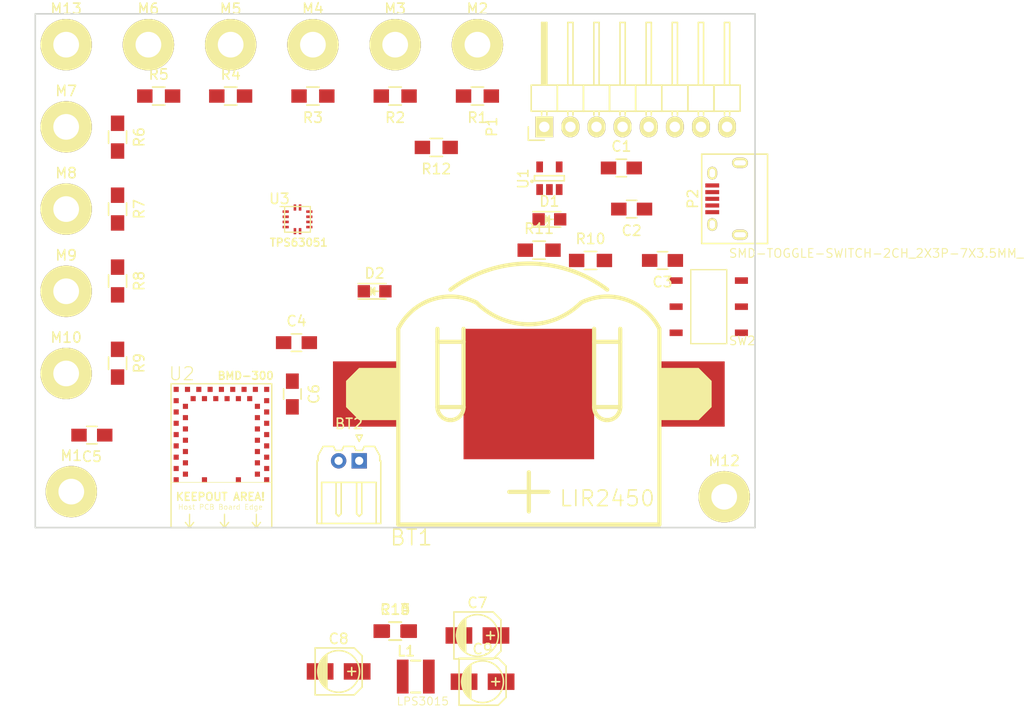
<source format=kicad_pcb>
(kicad_pcb (version 4) (host pcbnew 4.0.2-stable)

  (general
    (links 94)
    (no_connects 93)
    (area 149.924999 44.924999 220.075001 95.075001)
    (thickness 1.6)
    (drawings 4)
    (tracks 0)
    (zones 0)
    (modules 48)
    (nets 67)
  )

  (page A4)
  (layers
    (0 F.Cu signal)
    (31 B.Cu signal)
    (32 B.Adhes user)
    (33 F.Adhes user)
    (34 B.Paste user)
    (35 F.Paste user)
    (36 B.SilkS user)
    (37 F.SilkS user)
    (38 B.Mask user)
    (39 F.Mask user)
    (40 Dwgs.User user)
    (41 Cmts.User user)
    (42 Eco1.User user)
    (43 Eco2.User user)
    (44 Edge.Cuts user)
    (45 Margin user)
    (46 B.CrtYd user)
    (47 F.CrtYd user)
    (48 B.Fab user)
    (49 F.Fab user)
  )

  (setup
    (last_trace_width 0.25)
    (trace_clearance 0.2)
    (zone_clearance 0.508)
    (zone_45_only no)
    (trace_min 0.2)
    (segment_width 0.2)
    (edge_width 0.15)
    (via_size 0.6)
    (via_drill 0.4)
    (via_min_size 0.4)
    (via_min_drill 0.3)
    (uvia_size 0.3)
    (uvia_drill 0.1)
    (uvias_allowed no)
    (uvia_min_size 0.2)
    (uvia_min_drill 0.1)
    (pcb_text_width 0.3)
    (pcb_text_size 1.5 1.5)
    (mod_edge_width 0.15)
    (mod_text_size 1 1)
    (mod_text_width 0.15)
    (pad_size 1.524 1.524)
    (pad_drill 0.762)
    (pad_to_mask_clearance 0.2)
    (aux_axis_origin 0 0)
    (visible_elements 7FFEFFFF)
    (pcbplotparams
      (layerselection 0x00030_80000001)
      (usegerberextensions false)
      (excludeedgelayer true)
      (linewidth 0.100000)
      (plotframeref false)
      (viasonmask false)
      (mode 1)
      (useauxorigin false)
      (hpglpennumber 1)
      (hpglpenspeed 20)
      (hpglpendiameter 15)
      (hpglpenoverlay 2)
      (psnegative false)
      (psa4output false)
      (plotreference true)
      (plotvalue true)
      (plotinvisibletext false)
      (padsonsilk false)
      (subtractmaskfromsilk false)
      (outputformat 1)
      (mirror false)
      (drillshape 1)
      (scaleselection 1)
      (outputdirectory ""))
  )

  (net 0 "")
  (net 1 "Net-(BT1-Pad1)")
  (net 2 GND)
  (net 3 +5V)
  (net 4 "Net-(C3-Pad1)")
  (net 5 "Net-(C4-Pad1)")
  (net 6 "Net-(C4-Pad2)")
  (net 7 "Net-(C5-Pad1)")
  (net 8 "Net-(D1-Pad2)")
  (net 9 "Net-(D1-Pad1)")
  (net 10 "Net-(D2-Pad2)")
  (net 11 VCC)
  (net 12 "Net-(R12-Pad1)")
  (net 13 Out0)
  (net 14 Out1)
  (net 15 Out2)
  (net 16 Out3)
  (net 17 UART_TX)
  (net 18 In0)
  (net 19 UART_RX)
  (net 20 Out4)
  (net 21 Out5)
  (net 22 Out6)
  (net 23 Out7)
  (net 24 Out8)
  (net 25 SWCLK)
  (net 26 SWDIO)
  (net 27 "Net-(M2-Pad1)")
  (net 28 "Net-(M3-Pad1)")
  (net 29 "Net-(M4-Pad1)")
  (net 30 "Net-(M5-Pad1)")
  (net 31 "Net-(M6-Pad1)")
  (net 32 "Net-(M7-Pad1)")
  (net 33 "Net-(M8-Pad1)")
  (net 34 "Net-(M9-Pad1)")
  (net 35 "Net-(M10-Pad1)")
  (net 36 "Net-(P2-Pad2)")
  (net 37 "Net-(P2-Pad3)")
  (net 38 "Net-(P2-Pad4)")
  (net 39 "Net-(SW2-PadCH1A)")
  (net 40 "Net-(SW2-PadCOM1)")
  (net 41 "Net-(SW2-PadCH1B)")
  (net 42 "Net-(SW2-PadCH2A)")
  (net 43 "Net-(U2-PadP6)")
  (net 44 "Net-(U2-PadP7)")
  (net 45 "Net-(U2-PadP8)")
  (net 46 "Net-(U2-PadP9)")
  (net 47 "Net-(U2-PadP10)")
  (net 48 "Net-(U2-PadP11)")
  (net 49 "Net-(U2-PadP13)")
  (net 50 "Net-(U2-PadP14)")
  (net 51 "Net-(U2-PadP32)")
  (net 52 "Net-(U2-PadP33)")
  (net 53 "Net-(U2-PadP34)")
  (net 54 "Net-(U2-PadP36)")
  (net 55 "Net-(U2-PadP38)")
  (net 56 "Net-(U2-PadP39)")
  (net 57 "Net-(U2-PadP40)")
  (net 58 "Net-(U2-PadP41)")
  (net 59 "Net-(U2-PadP42)")
  (net 60 "Net-(C3-Pad2)")
  (net 61 +3V3)
  (net 62 "Net-(C10-Pad1)")
  (net 63 "Net-(R13-Pad1)")
  (net 64 "Net-(R14-Pad2)")
  (net 65 "Net-(L1-Pad2)")
  (net 66 "Net-(L1-Pad1)")

  (net_class Default "This is the default net class."
    (clearance 0.2)
    (trace_width 0.25)
    (via_dia 0.6)
    (via_drill 0.4)
    (uvia_dia 0.3)
    (uvia_drill 0.1)
    (add_net +3V3)
    (add_net +5V)
    (add_net GND)
    (add_net In0)
    (add_net "Net-(BT1-Pad1)")
    (add_net "Net-(C10-Pad1)")
    (add_net "Net-(C3-Pad1)")
    (add_net "Net-(C3-Pad2)")
    (add_net "Net-(C4-Pad1)")
    (add_net "Net-(C4-Pad2)")
    (add_net "Net-(C5-Pad1)")
    (add_net "Net-(D1-Pad1)")
    (add_net "Net-(D1-Pad2)")
    (add_net "Net-(D2-Pad2)")
    (add_net "Net-(L1-Pad1)")
    (add_net "Net-(L1-Pad2)")
    (add_net "Net-(M10-Pad1)")
    (add_net "Net-(M2-Pad1)")
    (add_net "Net-(M3-Pad1)")
    (add_net "Net-(M4-Pad1)")
    (add_net "Net-(M5-Pad1)")
    (add_net "Net-(M6-Pad1)")
    (add_net "Net-(M7-Pad1)")
    (add_net "Net-(M8-Pad1)")
    (add_net "Net-(M9-Pad1)")
    (add_net "Net-(P2-Pad2)")
    (add_net "Net-(P2-Pad3)")
    (add_net "Net-(P2-Pad4)")
    (add_net "Net-(R12-Pad1)")
    (add_net "Net-(R13-Pad1)")
    (add_net "Net-(R14-Pad2)")
    (add_net "Net-(SW2-PadCH1A)")
    (add_net "Net-(SW2-PadCH1B)")
    (add_net "Net-(SW2-PadCH2A)")
    (add_net "Net-(SW2-PadCOM1)")
    (add_net "Net-(U2-PadP10)")
    (add_net "Net-(U2-PadP11)")
    (add_net "Net-(U2-PadP13)")
    (add_net "Net-(U2-PadP14)")
    (add_net "Net-(U2-PadP32)")
    (add_net "Net-(U2-PadP33)")
    (add_net "Net-(U2-PadP34)")
    (add_net "Net-(U2-PadP36)")
    (add_net "Net-(U2-PadP38)")
    (add_net "Net-(U2-PadP39)")
    (add_net "Net-(U2-PadP40)")
    (add_net "Net-(U2-PadP41)")
    (add_net "Net-(U2-PadP42)")
    (add_net "Net-(U2-PadP6)")
    (add_net "Net-(U2-PadP7)")
    (add_net "Net-(U2-PadP8)")
    (add_net "Net-(U2-PadP9)")
    (add_net Out0)
    (add_net Out1)
    (add_net Out2)
    (add_net Out3)
    (add_net Out4)
    (add_net Out5)
    (add_net Out6)
    (add_net Out7)
    (add_net Out8)
    (add_net SWCLK)
    (add_net SWDIO)
    (add_net UART_RX)
    (add_net UART_TX)
    (add_net VCC)
  )

  (module lir2450:CR2450_KEYSTONE (layer F.Cu) (tedit 577B68FC) (tstamp 577B69D5)
    (at 198 82 180)
    (path /577B4554)
    (fp_text reference BT1 (at 11.43 -13.97 180) (layer F.SilkS)
      (effects (font (thickness 0.15)))
    )
    (fp_text value LIR2450 (at -7.62 -10.16 180) (layer F.SilkS)
      (effects (font (thickness 0.15)))
    )
    (fp_line (start -12.7 6.35) (end -12.7 -12.7) (layer F.SilkS) (width 0.4064))
    (fp_line (start -12.7 -12.7) (end 12.7 -12.7) (layer F.SilkS) (width 0.4064))
    (fp_line (start 12.7 -12.7) (end 12.7 6.35) (layer F.SilkS) (width 0.4064))
    (fp_arc (start -7.62 3.809999) (end -12.7 6.35) (angle -90) (layer F.SilkS) (width 0.4064))
    (fp_arc (start 0 13.97) (end -5.08 8.89) (angle 90) (layer F.SilkS) (width 0.4064))
    (fp_arc (start 7.62 3.809999) (end 5.08 8.89) (angle -90) (layer F.SilkS) (width 0.4064))
    (fp_line (start -6.35 6.35) (end -6.35 5.08) (layer F.SilkS) (width 0.4064))
    (fp_line (start -6.35 5.08) (end -6.35 -1.27) (layer F.SilkS) (width 0.4064))
    (fp_arc (start -7.62 -1.27) (end -6.35 -1.27) (angle -90) (layer F.SilkS) (width 0.4064))
    (fp_arc (start -7.62 -1.27) (end -7.62 -2.54) (angle -90) (layer F.SilkS) (width 0.4064))
    (fp_line (start -8.89 -1.27) (end -8.89 5.08) (layer F.SilkS) (width 0.4064))
    (fp_line (start -8.89 5.08) (end -8.89 6.35) (layer F.SilkS) (width 0.4064))
    (fp_line (start 8.89 6.35) (end 8.89 5.08) (layer F.SilkS) (width 0.4064))
    (fp_line (start 8.89 5.08) (end 8.89 -1.27) (layer F.SilkS) (width 0.4064))
    (fp_arc (start 7.62 -1.27) (end 8.89 -1.27) (angle -90) (layer F.SilkS) (width 0.4064))
    (fp_arc (start 7.62 -1.27) (end 7.62 -2.54) (angle -90) (layer F.SilkS) (width 0.4064))
    (fp_line (start 6.35 -1.27) (end 6.35 5.08) (layer F.SilkS) (width 0.4064))
    (fp_line (start 6.35 5.08) (end 6.35 6.35) (layer F.SilkS) (width 0.4064))
    (fp_line (start 6.35 -1.27) (end 8.89 -1.27) (layer F.SilkS) (width 0.4064))
    (fp_line (start -8.89 -1.27) (end -6.35 -1.27) (layer F.SilkS) (width 0.4064))
    (fp_line (start -8.89 5.08) (end -6.35 5.08) (layer F.SilkS) (width 0.4064))
    (fp_line (start 6.35 5.08) (end 8.89 5.08) (layer F.SilkS) (width 0.4064))
    (fp_line (start 0 -11.43) (end 0 -7.62) (layer F.SilkS) (width 0.4064))
    (fp_line (start -1.905 -9.525) (end 1.905 -9.525) (layer F.SilkS) (width 0.4064))
    (fp_arc (start 0 0) (end 7.62 10.16) (angle 73.739795) (layer F.SilkS) (width 0.4064))
    (fp_poly (pts (xy 12.7 -2.54) (xy 16.51 -2.54) (xy 17.78 -1.27) (xy 17.78 1.27)
      (xy 16.51 2.54) (xy 12.7 2.54)) (layer F.SilkS) (width 0))
    (fp_poly (pts (xy -12.7 -2.54) (xy -16.51 -2.54) (xy -17.78 -1.27) (xy -17.78 1.27)
      (xy -16.51 2.54) (xy -12.7 2.54)) (layer F.SilkS) (width 0))
    (pad 1 smd rect (at -0.000063 0.000063 180) (size 12.7 12.7) (layers F.Cu F.Paste F.Mask)
      (net 1 "Net-(BT1-Pad1)"))
    (pad 2 smd rect (at -15.875063 0.000063 180) (size 6.35 6.35) (layers F.Cu F.Paste F.Mask)
      (net 2 GND))
    (pad 2 smd rect (at 15.874938 0.000063 180) (size 6.35 6.35) (layers F.Cu F.Paste F.Mask)
      (net 2 GND))
  )

  (module Capacitors_SMD:C_0805_HandSoldering (layer F.Cu) (tedit 541A9B8D) (tstamp 577B69DB)
    (at 207 60)
    (descr "Capacitor SMD 0805, hand soldering")
    (tags "capacitor 0805")
    (path /577B4683)
    (attr smd)
    (fp_text reference C1 (at 0 -2.1) (layer F.SilkS)
      (effects (font (size 1 1) (thickness 0.15)))
    )
    (fp_text value 4.7uF (at 0 2.1) (layer F.Fab)
      (effects (font (size 1 1) (thickness 0.15)))
    )
    (fp_line (start -2.3 -1) (end 2.3 -1) (layer F.CrtYd) (width 0.05))
    (fp_line (start -2.3 1) (end 2.3 1) (layer F.CrtYd) (width 0.05))
    (fp_line (start -2.3 -1) (end -2.3 1) (layer F.CrtYd) (width 0.05))
    (fp_line (start 2.3 -1) (end 2.3 1) (layer F.CrtYd) (width 0.05))
    (fp_line (start 0.5 -0.85) (end -0.5 -0.85) (layer F.SilkS) (width 0.15))
    (fp_line (start -0.5 0.85) (end 0.5 0.85) (layer F.SilkS) (width 0.15))
    (pad 1 smd rect (at -1.25 0) (size 1.5 1.25) (layers F.Cu F.Paste F.Mask)
      (net 3 +5V))
    (pad 2 smd rect (at 1.25 0) (size 1.5 1.25) (layers F.Cu F.Paste F.Mask)
      (net 2 GND))
    (model Capacitors_SMD.3dshapes/C_0805_HandSoldering.wrl
      (at (xyz 0 0 0))
      (scale (xyz 1 1 1))
      (rotate (xyz 0 0 0))
    )
  )

  (module Capacitors_SMD:C_0805_HandSoldering (layer F.Cu) (tedit 541A9B8D) (tstamp 577B69E1)
    (at 208 64 180)
    (descr "Capacitor SMD 0805, hand soldering")
    (tags "capacitor 0805")
    (path /577B41E5)
    (attr smd)
    (fp_text reference C2 (at 0 -2.1 180) (layer F.SilkS)
      (effects (font (size 1 1) (thickness 0.15)))
    )
    (fp_text value 4.7uF (at 0 2.1 180) (layer F.Fab)
      (effects (font (size 1 1) (thickness 0.15)))
    )
    (fp_line (start -2.3 -1) (end 2.3 -1) (layer F.CrtYd) (width 0.05))
    (fp_line (start -2.3 1) (end 2.3 1) (layer F.CrtYd) (width 0.05))
    (fp_line (start -2.3 -1) (end -2.3 1) (layer F.CrtYd) (width 0.05))
    (fp_line (start 2.3 -1) (end 2.3 1) (layer F.CrtYd) (width 0.05))
    (fp_line (start 0.5 -0.85) (end -0.5 -0.85) (layer F.SilkS) (width 0.15))
    (fp_line (start -0.5 0.85) (end 0.5 0.85) (layer F.SilkS) (width 0.15))
    (pad 1 smd rect (at -1.25 0 180) (size 1.5 1.25) (layers F.Cu F.Paste F.Mask)
      (net 1 "Net-(BT1-Pad1)"))
    (pad 2 smd rect (at 1.25 0 180) (size 1.5 1.25) (layers F.Cu F.Paste F.Mask)
      (net 2 GND))
    (model Capacitors_SMD.3dshapes/C_0805_HandSoldering.wrl
      (at (xyz 0 0 0))
      (scale (xyz 1 1 1))
      (rotate (xyz 0 0 0))
    )
  )

  (module Capacitors_SMD:C_0805_HandSoldering (layer F.Cu) (tedit 541A9B8D) (tstamp 577B69E7)
    (at 211 69 180)
    (descr "Capacitor SMD 0805, hand soldering")
    (tags "capacitor 0805")
    (path /577B3E90)
    (attr smd)
    (fp_text reference C3 (at 0 -2.1 180) (layer F.SilkS)
      (effects (font (size 1 1) (thickness 0.15)))
    )
    (fp_text value 0.1uF (at 0 2.1 180) (layer F.Fab)
      (effects (font (size 1 1) (thickness 0.15)))
    )
    (fp_line (start -2.3 -1) (end 2.3 -1) (layer F.CrtYd) (width 0.05))
    (fp_line (start -2.3 1) (end 2.3 1) (layer F.CrtYd) (width 0.05))
    (fp_line (start -2.3 -1) (end -2.3 1) (layer F.CrtYd) (width 0.05))
    (fp_line (start 2.3 -1) (end 2.3 1) (layer F.CrtYd) (width 0.05))
    (fp_line (start 0.5 -0.85) (end -0.5 -0.85) (layer F.SilkS) (width 0.15))
    (fp_line (start -0.5 0.85) (end 0.5 0.85) (layer F.SilkS) (width 0.15))
    (pad 1 smd rect (at -1.25 0 180) (size 1.5 1.25) (layers F.Cu F.Paste F.Mask)
      (net 4 "Net-(C3-Pad1)"))
    (pad 2 smd rect (at 1.25 0 180) (size 1.5 1.25) (layers F.Cu F.Paste F.Mask)
      (net 60 "Net-(C3-Pad2)"))
    (model Capacitors_SMD.3dshapes/C_0805_HandSoldering.wrl
      (at (xyz 0 0 0))
      (scale (xyz 1 1 1))
      (rotate (xyz 0 0 0))
    )
  )

  (module Capacitors_SMD:C_0805_HandSoldering (layer F.Cu) (tedit 541A9B8D) (tstamp 577B69ED)
    (at 175.4 77)
    (descr "Capacitor SMD 0805, hand soldering")
    (tags "capacitor 0805")
    (path /577BDD23)
    (attr smd)
    (fp_text reference C4 (at 0 -2.1) (layer F.SilkS)
      (effects (font (size 1 1) (thickness 0.15)))
    )
    (fp_text value 330pF (at 0 2.1) (layer F.Fab)
      (effects (font (size 1 1) (thickness 0.15)))
    )
    (fp_line (start -2.3 -1) (end 2.3 -1) (layer F.CrtYd) (width 0.05))
    (fp_line (start -2.3 1) (end 2.3 1) (layer F.CrtYd) (width 0.05))
    (fp_line (start -2.3 -1) (end -2.3 1) (layer F.CrtYd) (width 0.05))
    (fp_line (start 2.3 -1) (end 2.3 1) (layer F.CrtYd) (width 0.05))
    (fp_line (start 0.5 -0.85) (end -0.5 -0.85) (layer F.SilkS) (width 0.15))
    (fp_line (start -0.5 0.85) (end 0.5 0.85) (layer F.SilkS) (width 0.15))
    (pad 1 smd rect (at -1.25 0) (size 1.5 1.25) (layers F.Cu F.Paste F.Mask)
      (net 5 "Net-(C4-Pad1)"))
    (pad 2 smd rect (at 1.25 0) (size 1.5 1.25) (layers F.Cu F.Paste F.Mask)
      (net 6 "Net-(C4-Pad2)"))
    (model Capacitors_SMD.3dshapes/C_0805_HandSoldering.wrl
      (at (xyz 0 0 0))
      (scale (xyz 1 1 1))
      (rotate (xyz 0 0 0))
    )
  )

  (module Capacitors_SMD:C_0805_HandSoldering (layer F.Cu) (tedit 541A9B8D) (tstamp 577B69F3)
    (at 155.5 86 180)
    (descr "Capacitor SMD 0805, hand soldering")
    (tags "capacitor 0805")
    (path /577BDD97)
    (attr smd)
    (fp_text reference C5 (at 0 -2.1 180) (layer F.SilkS)
      (effects (font (size 1 1) (thickness 0.15)))
    )
    (fp_text value 330pF (at 0 2.1 180) (layer F.Fab)
      (effects (font (size 1 1) (thickness 0.15)))
    )
    (fp_line (start -2.3 -1) (end 2.3 -1) (layer F.CrtYd) (width 0.05))
    (fp_line (start -2.3 1) (end 2.3 1) (layer F.CrtYd) (width 0.05))
    (fp_line (start -2.3 -1) (end -2.3 1) (layer F.CrtYd) (width 0.05))
    (fp_line (start 2.3 -1) (end 2.3 1) (layer F.CrtYd) (width 0.05))
    (fp_line (start 0.5 -0.85) (end -0.5 -0.85) (layer F.SilkS) (width 0.15))
    (fp_line (start -0.5 0.85) (end 0.5 0.85) (layer F.SilkS) (width 0.15))
    (pad 1 smd rect (at -1.25 0 180) (size 1.5 1.25) (layers F.Cu F.Paste F.Mask)
      (net 7 "Net-(C5-Pad1)"))
    (pad 2 smd rect (at 1.25 0 180) (size 1.5 1.25) (layers F.Cu F.Paste F.Mask)
      (net 6 "Net-(C4-Pad2)"))
    (model Capacitors_SMD.3dshapes/C_0805_HandSoldering.wrl
      (at (xyz 0 0 0))
      (scale (xyz 1 1 1))
      (rotate (xyz 0 0 0))
    )
  )

  (module LEDs:LED_0805 (layer F.Cu) (tedit 55BDE1C2) (tstamp 577B69F9)
    (at 200 65)
    (descr "LED 0805 smd package")
    (tags "LED 0805 SMD")
    (path /577B4A18)
    (attr smd)
    (fp_text reference D1 (at 0 -1.75) (layer F.SilkS)
      (effects (font (size 1 1) (thickness 0.15)))
    )
    (fp_text value LED_Red (at 0 1.75) (layer F.Fab)
      (effects (font (size 1 1) (thickness 0.15)))
    )
    (fp_line (start -1.6 0.75) (end 1.1 0.75) (layer F.SilkS) (width 0.15))
    (fp_line (start -1.6 -0.75) (end 1.1 -0.75) (layer F.SilkS) (width 0.15))
    (fp_line (start -0.1 0.15) (end -0.1 -0.1) (layer F.SilkS) (width 0.15))
    (fp_line (start -0.1 -0.1) (end -0.25 0.05) (layer F.SilkS) (width 0.15))
    (fp_line (start -0.35 -0.35) (end -0.35 0.35) (layer F.SilkS) (width 0.15))
    (fp_line (start 0 0) (end 0.35 0) (layer F.SilkS) (width 0.15))
    (fp_line (start -0.35 0) (end 0 -0.35) (layer F.SilkS) (width 0.15))
    (fp_line (start 0 -0.35) (end 0 0.35) (layer F.SilkS) (width 0.15))
    (fp_line (start 0 0.35) (end -0.35 0) (layer F.SilkS) (width 0.15))
    (fp_line (start 1.9 -0.95) (end 1.9 0.95) (layer F.CrtYd) (width 0.05))
    (fp_line (start 1.9 0.95) (end -1.9 0.95) (layer F.CrtYd) (width 0.05))
    (fp_line (start -1.9 0.95) (end -1.9 -0.95) (layer F.CrtYd) (width 0.05))
    (fp_line (start -1.9 -0.95) (end 1.9 -0.95) (layer F.CrtYd) (width 0.05))
    (pad 2 smd rect (at 1.04902 0 180) (size 1.19888 1.19888) (layers F.Cu F.Paste F.Mask)
      (net 8 "Net-(D1-Pad2)"))
    (pad 1 smd rect (at -1.04902 0 180) (size 1.19888 1.19888) (layers F.Cu F.Paste F.Mask)
      (net 9 "Net-(D1-Pad1)"))
    (model LEDs.3dshapes/LED_0805.wrl
      (at (xyz 0 0 0))
      (scale (xyz 1 1 1))
      (rotate (xyz 0 0 0))
    )
  )

  (module LEDs:LED_0805 (layer F.Cu) (tedit 55BDE1C2) (tstamp 577B69FF)
    (at 183 72)
    (descr "LED 0805 smd package")
    (tags "LED 0805 SMD")
    (path /577B4AC1)
    (attr smd)
    (fp_text reference D2 (at 0 -1.75) (layer F.SilkS)
      (effects (font (size 1 1) (thickness 0.15)))
    )
    (fp_text value LED_Green (at 0 1.75) (layer F.Fab)
      (effects (font (size 1 1) (thickness 0.15)))
    )
    (fp_line (start -1.6 0.75) (end 1.1 0.75) (layer F.SilkS) (width 0.15))
    (fp_line (start -1.6 -0.75) (end 1.1 -0.75) (layer F.SilkS) (width 0.15))
    (fp_line (start -0.1 0.15) (end -0.1 -0.1) (layer F.SilkS) (width 0.15))
    (fp_line (start -0.1 -0.1) (end -0.25 0.05) (layer F.SilkS) (width 0.15))
    (fp_line (start -0.35 -0.35) (end -0.35 0.35) (layer F.SilkS) (width 0.15))
    (fp_line (start 0 0) (end 0.35 0) (layer F.SilkS) (width 0.15))
    (fp_line (start -0.35 0) (end 0 -0.35) (layer F.SilkS) (width 0.15))
    (fp_line (start 0 -0.35) (end 0 0.35) (layer F.SilkS) (width 0.15))
    (fp_line (start 0 0.35) (end -0.35 0) (layer F.SilkS) (width 0.15))
    (fp_line (start 1.9 -0.95) (end 1.9 0.95) (layer F.CrtYd) (width 0.05))
    (fp_line (start 1.9 0.95) (end -1.9 0.95) (layer F.CrtYd) (width 0.05))
    (fp_line (start -1.9 0.95) (end -1.9 -0.95) (layer F.CrtYd) (width 0.05))
    (fp_line (start -1.9 -0.95) (end 1.9 -0.95) (layer F.CrtYd) (width 0.05))
    (pad 2 smd rect (at 1.04902 0 180) (size 1.19888 1.19888) (layers F.Cu F.Paste F.Mask)
      (net 10 "Net-(D2-Pad2)"))
    (pad 1 smd rect (at -1.04902 0 180) (size 1.19888 1.19888) (layers F.Cu F.Paste F.Mask)
      (net 2 GND))
    (model LEDs.3dshapes/LED_0805.wrl
      (at (xyz 0 0 0))
      (scale (xyz 1 1 1))
      (rotate (xyz 0 0 0))
    )
  )

  (module dpdt-smd:SW6-2.54-SMD-7.0X3.5X1.5MM (layer F.Cu) (tedit 577B692C) (tstamp 577B6A0B)
    (at 215.5 73.5 180)
    (path /577BB702)
    (fp_text reference SW2 (at -1.905 -3.81 180) (layer F.SilkS)
      (effects (font (size 0.84455 0.84455) (thickness 0.09779)) (justify left bottom))
    )
    (fp_text value SMD-TOGGLE-SWITCH-2CH_2X3P-7X3.5MM_ (at -1.905 4.699 180) (layer F.SilkS)
      (effects (font (size 0.84455 0.84455) (thickness 0.09779)) (justify left bottom))
    )
    (fp_line (start -1.75 -3.6) (end 1.75 -3.6) (layer F.SilkS) (width 0.127))
    (fp_line (start 1.75 -3.6) (end 1.75 3.6) (layer F.SilkS) (width 0.127))
    (fp_line (start 1.75 3.6) (end -1.75 3.6) (layer F.SilkS) (width 0.127))
    (fp_line (start -1.75 3.6) (end -1.75 -3.6) (layer F.SilkS) (width 0.127))
    (pad CH1A smd rect (at -3.175 -2.54 180) (size 1.27 0.635) (layers F.Cu F.Paste F.Mask)
      (net 39 "Net-(SW2-PadCH1A)"))
    (pad COM1 smd rect (at -3.175 0 180) (size 1.27 0.635) (layers F.Cu F.Paste F.Mask)
      (net 40 "Net-(SW2-PadCOM1)"))
    (pad CH1B smd rect (at -3.175 2.54 180) (size 1.27 0.635) (layers F.Cu F.Paste F.Mask)
      (net 41 "Net-(SW2-PadCH1B)"))
    (pad CH2A smd rect (at 3.175 -2.54 180) (size 1.27 0.635) (layers F.Cu F.Paste F.Mask)
      (net 42 "Net-(SW2-PadCH2A)"))
    (pad COM2 smd rect (at 3.175 0 180) (size 1.27 0.635) (layers F.Cu F.Paste F.Mask)
      (net 1 "Net-(BT1-Pad1)"))
    (pad CH2B smd rect (at 3.175 2.54 180) (size 1.27 0.635) (layers F.Cu F.Paste F.Mask)
      (net 11 VCC))
    (pad "" np_thru_hole circle (at 0 -1.524 180) (size 0.8128 0.8128) (drill 0.8128) (layers *.Cu))
    (pad "" np_thru_hole circle (at 0 1.524 180) (size 0.8128 0.8128) (drill 0.8128) (layers *.Cu))
  )

  (module TO_SOT_Packages_SMD:SOT-23-5 (layer F.Cu) (tedit 55360473) (tstamp 577B6A14)
    (at 200 61 90)
    (descr "5-pin SOT23 package")
    (tags SOT-23-5)
    (path /577A808A)
    (attr smd)
    (fp_text reference U1 (at -0.05 -2.55 90) (layer F.SilkS)
      (effects (font (size 1 1) (thickness 0.15)))
    )
    (fp_text value MCP73831 (at -0.05 2.35 90) (layer F.Fab)
      (effects (font (size 1 1) (thickness 0.15)))
    )
    (fp_line (start -1.8 -1.6) (end 1.8 -1.6) (layer F.CrtYd) (width 0.05))
    (fp_line (start 1.8 -1.6) (end 1.8 1.6) (layer F.CrtYd) (width 0.05))
    (fp_line (start 1.8 1.6) (end -1.8 1.6) (layer F.CrtYd) (width 0.05))
    (fp_line (start -1.8 1.6) (end -1.8 -1.6) (layer F.CrtYd) (width 0.05))
    (fp_circle (center -0.3 -1.7) (end -0.2 -1.7) (layer F.SilkS) (width 0.15))
    (fp_line (start 0.25 -1.45) (end -0.25 -1.45) (layer F.SilkS) (width 0.15))
    (fp_line (start 0.25 1.45) (end 0.25 -1.45) (layer F.SilkS) (width 0.15))
    (fp_line (start -0.25 1.45) (end 0.25 1.45) (layer F.SilkS) (width 0.15))
    (fp_line (start -0.25 -1.45) (end -0.25 1.45) (layer F.SilkS) (width 0.15))
    (pad 1 smd rect (at -1.1 -0.95 90) (size 1.06 0.65) (layers F.Cu F.Paste F.Mask)
      (net 9 "Net-(D1-Pad1)"))
    (pad 2 smd rect (at -1.1 0 90) (size 1.06 0.65) (layers F.Cu F.Paste F.Mask)
      (net 2 GND))
    (pad 3 smd rect (at -1.1 0.95 90) (size 1.06 0.65) (layers F.Cu F.Paste F.Mask)
      (net 1 "Net-(BT1-Pad1)"))
    (pad 4 smd rect (at 1.1 0.95 90) (size 1.06 0.65) (layers F.Cu F.Paste F.Mask)
      (net 3 +5V))
    (pad 5 smd rect (at 1.1 -0.95 90) (size 1.06 0.65) (layers F.Cu F.Paste F.Mask)
      (net 12 "Net-(R12-Pad1)"))
    (model TO_SOT_Packages_SMD.3dshapes/SOT-23-5.wrl
      (at (xyz 0 0 0))
      (scale (xyz 1 1 1))
      (rotate (xyz 0 0 0))
    )
  )

  (module Connectors_Molex:Molex_MicroLatch-53254-0270_02x2.00mm_Angled (layer F.Cu) (tedit 572FD9FF) (tstamp 577B6AD4)
    (at 181.5 88.5 180)
    (descr "Molex Micro-Latch connector, PN:53254-0270, side entry type, through hole")
    (tags "conn molex micro latch")
    (path /577B5855)
    (fp_text reference BT2 (at 1 3.6 180) (layer F.SilkS)
      (effects (font (size 1 1) (thickness 0.15)))
    )
    (fp_text value JST (at 1 -7.2 180) (layer F.Fab)
      (effects (font (size 1 1) (thickness 0.15)))
    )
    (fp_line (start -2.6 -6.55) (end -2.6 1.85) (layer F.CrtYd) (width 0.05))
    (fp_line (start -2.6 1.85) (end 4.55 1.85) (layer F.CrtYd) (width 0.05))
    (fp_line (start 4.55 1.85) (end 4.55 -6.55) (layer F.CrtYd) (width 0.05))
    (fp_line (start 4.55 -6.55) (end -2.6 -6.55) (layer F.CrtYd) (width 0.05))
    (fp_line (start -0.3 1) (end -0.5 1.4) (layer F.SilkS) (width 0.15))
    (fp_line (start -0.5 1.4) (end -1.5 1.4) (layer F.SilkS) (width 0.15))
    (fp_line (start -1.5 1.4) (end -2 0.5) (layer F.SilkS) (width 0.15))
    (fp_line (start -2 0.5) (end -2 0) (layer F.SilkS) (width 0.15))
    (fp_line (start -2 0) (end -2.1 0) (layer F.SilkS) (width 0.15))
    (fp_line (start -2.1 0) (end -2.1 -6.1) (layer F.SilkS) (width 0.15))
    (fp_line (start -2.1 -6.1) (end 1 -6.1) (layer F.SilkS) (width 0.15))
    (fp_line (start 2.3 1) (end 2.5 1.4) (layer F.SilkS) (width 0.15))
    (fp_line (start 2.5 1.4) (end 3.5 1.4) (layer F.SilkS) (width 0.15))
    (fp_line (start 3.5 1.4) (end 4 0.5) (layer F.SilkS) (width 0.15))
    (fp_line (start 4 0.5) (end 4 0) (layer F.SilkS) (width 0.15))
    (fp_line (start 4 0) (end 4.1 0) (layer F.SilkS) (width 0.15))
    (fp_line (start 4.1 0) (end 4.1 -6.1) (layer F.SilkS) (width 0.15))
    (fp_line (start 4.1 -6.1) (end 1 -6.1) (layer F.SilkS) (width 0.15))
    (fp_line (start -0.3 1) (end 0.3 1) (layer F.SilkS) (width 0.15))
    (fp_line (start 0.3 1) (end 0.5 1.4) (layer F.SilkS) (width 0.15))
    (fp_line (start 0.5 1.4) (end 1.5 1.4) (layer F.SilkS) (width 0.15))
    (fp_line (start 1.5 1.4) (end 1.7 1) (layer F.SilkS) (width 0.15))
    (fp_line (start 1.7 1) (end 2.3 1) (layer F.SilkS) (width 0.15))
    (fp_line (start 0 1.9) (end -0.3 2.5) (layer F.SilkS) (width 0.15))
    (fp_line (start -0.3 2.5) (end 0.3 2.5) (layer F.SilkS) (width 0.15))
    (fp_line (start 0.3 2.5) (end 0 1.9) (layer F.SilkS) (width 0.15))
    (fp_line (start -1.65 -6.1) (end -1.65 -2.1) (layer F.SilkS) (width 0.15))
    (fp_line (start -1.65 -2.1) (end 3.65 -2.1) (layer F.SilkS) (width 0.15))
    (fp_line (start 3.65 -2.1) (end 3.65 -6.1) (layer F.SilkS) (width 0.15))
    (fp_line (start -0.25 -2.1) (end -0.25 -5.15) (layer F.SilkS) (width 0.15))
    (fp_line (start -0.25 -5.15) (end 0 -5.4) (layer F.SilkS) (width 0.15))
    (fp_line (start 0 -5.4) (end 0.25 -5.15) (layer F.SilkS) (width 0.15))
    (fp_line (start 0.25 -5.15) (end 0.25 -2.1) (layer F.SilkS) (width 0.15))
    (fp_line (start 1.75 -2.1) (end 1.75 -5.15) (layer F.SilkS) (width 0.15))
    (fp_line (start 1.75 -5.15) (end 2 -5.4) (layer F.SilkS) (width 0.15))
    (fp_line (start 2 -5.4) (end 2.25 -5.15) (layer F.SilkS) (width 0.15))
    (fp_line (start 2.25 -5.15) (end 2.25 -2.1) (layer F.SilkS) (width 0.15))
    (pad 1 thru_hole rect (at 0 0 180) (size 1.5 1.5) (drill 0.8) (layers *.Cu *.Mask)
      (net 1 "Net-(BT1-Pad1)"))
    (pad 2 thru_hole circle (at 2 0 180) (size 1.5 1.5) (drill 0.8) (layers *.Cu *.Mask)
      (net 2 GND))
    (model Connectors_Molex.3dshapes/Molex_MicroLatch-53254-0270_02x2.00mm_Angled.wrl
      (at (xyz 0 0 0))
      (scale (xyz 1 1 1))
      (rotate (xyz 0 0 0))
    )
  )

  (module Mounting_Holes:MountingHole_2.5mm_Pad (layer F.Cu) (tedit 56D1B4CB) (tstamp 577B6AD9)
    (at 153.5 91.5)
    (descr "Mounting Hole 2.5mm")
    (tags "mounting hole 2.5mm")
    (path /577BA5E6)
    (fp_text reference M1 (at 0 -3.5) (layer F.SilkS)
      (effects (font (size 1 1) (thickness 0.15)))
    )
    (fp_text value MOUNTING-HOLE (at 0 3.5) (layer F.Fab)
      (effects (font (size 1 1) (thickness 0.15)))
    )
    (fp_circle (center 0 0) (end 2.5 0) (layer Cmts.User) (width 0.15))
    (fp_circle (center 0 0) (end 2.75 0) (layer F.CrtYd) (width 0.05))
    (pad 1 thru_hole circle (at 0 0) (size 5 5) (drill 2.5) (layers *.Cu *.Mask F.SilkS)
      (net 18 In0))
  )

  (module Mounting_Holes:MountingHole_2.5mm_Pad (layer F.Cu) (tedit 56D1B4CB) (tstamp 577B6ADE)
    (at 193 48)
    (descr "Mounting Hole 2.5mm")
    (tags "mounting hole 2.5mm")
    (path /577B965C)
    (fp_text reference M2 (at 0 -3.5) (layer F.SilkS)
      (effects (font (size 1 1) (thickness 0.15)))
    )
    (fp_text value MOUNTING-HOLE (at 0 3.5) (layer F.Fab)
      (effects (font (size 1 1) (thickness 0.15)))
    )
    (fp_circle (center 0 0) (end 2.5 0) (layer Cmts.User) (width 0.15))
    (fp_circle (center 0 0) (end 2.75 0) (layer F.CrtYd) (width 0.05))
    (pad 1 thru_hole circle (at 0 0) (size 5 5) (drill 2.5) (layers *.Cu *.Mask F.SilkS)
      (net 27 "Net-(M2-Pad1)"))
  )

  (module Mounting_Holes:MountingHole_2.5mm_Pad (layer F.Cu) (tedit 56D1B4CB) (tstamp 577B6AE3)
    (at 185 48)
    (descr "Mounting Hole 2.5mm")
    (tags "mounting hole 2.5mm")
    (path /577B9A0D)
    (fp_text reference M3 (at 0 -3.5) (layer F.SilkS)
      (effects (font (size 1 1) (thickness 0.15)))
    )
    (fp_text value MOUNTING-HOLE (at 0 3.5) (layer F.Fab)
      (effects (font (size 1 1) (thickness 0.15)))
    )
    (fp_circle (center 0 0) (end 2.5 0) (layer Cmts.User) (width 0.15))
    (fp_circle (center 0 0) (end 2.75 0) (layer F.CrtYd) (width 0.05))
    (pad 1 thru_hole circle (at 0 0) (size 5 5) (drill 2.5) (layers *.Cu *.Mask F.SilkS)
      (net 28 "Net-(M3-Pad1)"))
  )

  (module Mounting_Holes:MountingHole_2.5mm_Pad (layer F.Cu) (tedit 56D1B4CB) (tstamp 577B6AE8)
    (at 177 48)
    (descr "Mounting Hole 2.5mm")
    (tags "mounting hole 2.5mm")
    (path /577B9AAE)
    (fp_text reference M4 (at 0 -3.5) (layer F.SilkS)
      (effects (font (size 1 1) (thickness 0.15)))
    )
    (fp_text value MOUNTING-HOLE (at 0 3.5) (layer F.Fab)
      (effects (font (size 1 1) (thickness 0.15)))
    )
    (fp_circle (center 0 0) (end 2.5 0) (layer Cmts.User) (width 0.15))
    (fp_circle (center 0 0) (end 2.75 0) (layer F.CrtYd) (width 0.05))
    (pad 1 thru_hole circle (at 0 0) (size 5 5) (drill 2.5) (layers *.Cu *.Mask F.SilkS)
      (net 29 "Net-(M4-Pad1)"))
  )

  (module Mounting_Holes:MountingHole_2.5mm_Pad (layer F.Cu) (tedit 56D1B4CB) (tstamp 577B6AED)
    (at 169 48)
    (descr "Mounting Hole 2.5mm")
    (tags "mounting hole 2.5mm")
    (path /577B9ABD)
    (fp_text reference M5 (at 0 -3.5) (layer F.SilkS)
      (effects (font (size 1 1) (thickness 0.15)))
    )
    (fp_text value MOUNTING-HOLE (at 0 3.5) (layer F.Fab)
      (effects (font (size 1 1) (thickness 0.15)))
    )
    (fp_circle (center 0 0) (end 2.5 0) (layer Cmts.User) (width 0.15))
    (fp_circle (center 0 0) (end 2.75 0) (layer F.CrtYd) (width 0.05))
    (pad 1 thru_hole circle (at 0 0) (size 5 5) (drill 2.5) (layers *.Cu *.Mask F.SilkS)
      (net 30 "Net-(M5-Pad1)"))
  )

  (module Mounting_Holes:MountingHole_2.5mm_Pad (layer F.Cu) (tedit 56D1B4CB) (tstamp 577B6AF2)
    (at 161 48)
    (descr "Mounting Hole 2.5mm")
    (tags "mounting hole 2.5mm")
    (path /577B9BA8)
    (fp_text reference M6 (at 0 -3.5) (layer F.SilkS)
      (effects (font (size 1 1) (thickness 0.15)))
    )
    (fp_text value MOUNTING-HOLE (at 0 3.5) (layer F.Fab)
      (effects (font (size 1 1) (thickness 0.15)))
    )
    (fp_circle (center 0 0) (end 2.5 0) (layer Cmts.User) (width 0.15))
    (fp_circle (center 0 0) (end 2.75 0) (layer F.CrtYd) (width 0.05))
    (pad 1 thru_hole circle (at 0 0) (size 5 5) (drill 2.5) (layers *.Cu *.Mask F.SilkS)
      (net 31 "Net-(M6-Pad1)"))
  )

  (module Mounting_Holes:MountingHole_2.5mm_Pad (layer F.Cu) (tedit 56D1B4CB) (tstamp 577B6AF7)
    (at 153 56)
    (descr "Mounting Hole 2.5mm")
    (tags "mounting hole 2.5mm")
    (path /577B9BB7)
    (fp_text reference M7 (at 0 -3.5) (layer F.SilkS)
      (effects (font (size 1 1) (thickness 0.15)))
    )
    (fp_text value MOUNTING-HOLE (at 0 3.5) (layer F.Fab)
      (effects (font (size 1 1) (thickness 0.15)))
    )
    (fp_circle (center 0 0) (end 2.5 0) (layer Cmts.User) (width 0.15))
    (fp_circle (center 0 0) (end 2.75 0) (layer F.CrtYd) (width 0.05))
    (pad 1 thru_hole circle (at 0 0) (size 5 5) (drill 2.5) (layers *.Cu *.Mask F.SilkS)
      (net 32 "Net-(M7-Pad1)"))
  )

  (module Mounting_Holes:MountingHole_2.5mm_Pad (layer F.Cu) (tedit 56D1B4CB) (tstamp 577B6AFC)
    (at 153 64)
    (descr "Mounting Hole 2.5mm")
    (tags "mounting hole 2.5mm")
    (path /577B9BC6)
    (fp_text reference M8 (at 0 -3.5) (layer F.SilkS)
      (effects (font (size 1 1) (thickness 0.15)))
    )
    (fp_text value MOUNTING-HOLE (at 0 3.5) (layer F.Fab)
      (effects (font (size 1 1) (thickness 0.15)))
    )
    (fp_circle (center 0 0) (end 2.5 0) (layer Cmts.User) (width 0.15))
    (fp_circle (center 0 0) (end 2.75 0) (layer F.CrtYd) (width 0.05))
    (pad 1 thru_hole circle (at 0 0) (size 5 5) (drill 2.5) (layers *.Cu *.Mask F.SilkS)
      (net 33 "Net-(M8-Pad1)"))
  )

  (module Mounting_Holes:MountingHole_2.5mm_Pad (layer F.Cu) (tedit 56D1B4CB) (tstamp 577B6B01)
    (at 153 72)
    (descr "Mounting Hole 2.5mm")
    (tags "mounting hole 2.5mm")
    (path /577B9BD5)
    (fp_text reference M9 (at 0 -3.5) (layer F.SilkS)
      (effects (font (size 1 1) (thickness 0.15)))
    )
    (fp_text value MOUNTING-HOLE (at 0 3.5) (layer F.Fab)
      (effects (font (size 1 1) (thickness 0.15)))
    )
    (fp_circle (center 0 0) (end 2.5 0) (layer Cmts.User) (width 0.15))
    (fp_circle (center 0 0) (end 2.75 0) (layer F.CrtYd) (width 0.05))
    (pad 1 thru_hole circle (at 0 0) (size 5 5) (drill 2.5) (layers *.Cu *.Mask F.SilkS)
      (net 34 "Net-(M9-Pad1)"))
  )

  (module Mounting_Holes:MountingHole_2.5mm_Pad (layer F.Cu) (tedit 56D1B4CB) (tstamp 577B6B06)
    (at 153 80)
    (descr "Mounting Hole 2.5mm")
    (tags "mounting hole 2.5mm")
    (path /577B9C8C)
    (fp_text reference M10 (at 0 -3.5) (layer F.SilkS)
      (effects (font (size 1 1) (thickness 0.15)))
    )
    (fp_text value MOUNTING-HOLE (at 0 3.5) (layer F.Fab)
      (effects (font (size 1 1) (thickness 0.15)))
    )
    (fp_circle (center 0 0) (end 2.5 0) (layer Cmts.User) (width 0.15))
    (fp_circle (center 0 0) (end 2.75 0) (layer F.CrtYd) (width 0.05))
    (pad 1 thru_hole circle (at 0 0) (size 5 5) (drill 2.5) (layers *.Cu *.Mask F.SilkS)
      (net 35 "Net-(M10-Pad1)"))
  )

  (module Resistors_SMD:R_0805_HandSoldering (layer F.Cu) (tedit 54189DEE) (tstamp 577B6B18)
    (at 193 53 180)
    (descr "Resistor SMD 0805, hand soldering")
    (tags "resistor 0805")
    (path /577B92B4)
    (attr smd)
    (fp_text reference R1 (at 0 -2.1 180) (layer F.SilkS)
      (effects (font (size 1 1) (thickness 0.15)))
    )
    (fp_text value 2.6K (at 0 2.1 180) (layer F.Fab)
      (effects (font (size 1 1) (thickness 0.15)))
    )
    (fp_line (start -2.4 -1) (end 2.4 -1) (layer F.CrtYd) (width 0.05))
    (fp_line (start -2.4 1) (end 2.4 1) (layer F.CrtYd) (width 0.05))
    (fp_line (start -2.4 -1) (end -2.4 1) (layer F.CrtYd) (width 0.05))
    (fp_line (start 2.4 -1) (end 2.4 1) (layer F.CrtYd) (width 0.05))
    (fp_line (start 0.6 0.875) (end -0.6 0.875) (layer F.SilkS) (width 0.15))
    (fp_line (start -0.6 -0.875) (end 0.6 -0.875) (layer F.SilkS) (width 0.15))
    (pad 1 smd rect (at -1.35 0 180) (size 1.5 1.3) (layers F.Cu F.Paste F.Mask)
      (net 27 "Net-(M2-Pad1)"))
    (pad 2 smd rect (at 1.35 0 180) (size 1.5 1.3) (layers F.Cu F.Paste F.Mask)
      (net 13 Out0))
    (model Resistors_SMD.3dshapes/R_0805_HandSoldering.wrl
      (at (xyz 0 0 0))
      (scale (xyz 1 1 1))
      (rotate (xyz 0 0 0))
    )
  )

  (module Resistors_SMD:R_0805_HandSoldering (layer F.Cu) (tedit 54189DEE) (tstamp 577B6B1E)
    (at 185 53 180)
    (descr "Resistor SMD 0805, hand soldering")
    (tags "resistor 0805")
    (path /577B9A05)
    (attr smd)
    (fp_text reference R2 (at 0 -2.1 180) (layer F.SilkS)
      (effects (font (size 1 1) (thickness 0.15)))
    )
    (fp_text value 2.6K (at 0 2.1 180) (layer F.Fab)
      (effects (font (size 1 1) (thickness 0.15)))
    )
    (fp_line (start -2.4 -1) (end 2.4 -1) (layer F.CrtYd) (width 0.05))
    (fp_line (start -2.4 1) (end 2.4 1) (layer F.CrtYd) (width 0.05))
    (fp_line (start -2.4 -1) (end -2.4 1) (layer F.CrtYd) (width 0.05))
    (fp_line (start 2.4 -1) (end 2.4 1) (layer F.CrtYd) (width 0.05))
    (fp_line (start 0.6 0.875) (end -0.6 0.875) (layer F.SilkS) (width 0.15))
    (fp_line (start -0.6 -0.875) (end 0.6 -0.875) (layer F.SilkS) (width 0.15))
    (pad 1 smd rect (at -1.35 0 180) (size 1.5 1.3) (layers F.Cu F.Paste F.Mask)
      (net 28 "Net-(M3-Pad1)"))
    (pad 2 smd rect (at 1.35 0 180) (size 1.5 1.3) (layers F.Cu F.Paste F.Mask)
      (net 14 Out1))
    (model Resistors_SMD.3dshapes/R_0805_HandSoldering.wrl
      (at (xyz 0 0 0))
      (scale (xyz 1 1 1))
      (rotate (xyz 0 0 0))
    )
  )

  (module Resistors_SMD:R_0805_HandSoldering (layer F.Cu) (tedit 54189DEE) (tstamp 577B6B24)
    (at 177 53 180)
    (descr "Resistor SMD 0805, hand soldering")
    (tags "resistor 0805")
    (path /577B9AA6)
    (attr smd)
    (fp_text reference R3 (at 0 -2.1 180) (layer F.SilkS)
      (effects (font (size 1 1) (thickness 0.15)))
    )
    (fp_text value 2.6K (at 0 2.1 180) (layer F.Fab)
      (effects (font (size 1 1) (thickness 0.15)))
    )
    (fp_line (start -2.4 -1) (end 2.4 -1) (layer F.CrtYd) (width 0.05))
    (fp_line (start -2.4 1) (end 2.4 1) (layer F.CrtYd) (width 0.05))
    (fp_line (start -2.4 -1) (end -2.4 1) (layer F.CrtYd) (width 0.05))
    (fp_line (start 2.4 -1) (end 2.4 1) (layer F.CrtYd) (width 0.05))
    (fp_line (start 0.6 0.875) (end -0.6 0.875) (layer F.SilkS) (width 0.15))
    (fp_line (start -0.6 -0.875) (end 0.6 -0.875) (layer F.SilkS) (width 0.15))
    (pad 1 smd rect (at -1.35 0 180) (size 1.5 1.3) (layers F.Cu F.Paste F.Mask)
      (net 29 "Net-(M4-Pad1)"))
    (pad 2 smd rect (at 1.35 0 180) (size 1.5 1.3) (layers F.Cu F.Paste F.Mask)
      (net 15 Out2))
    (model Resistors_SMD.3dshapes/R_0805_HandSoldering.wrl
      (at (xyz 0 0 0))
      (scale (xyz 1 1 1))
      (rotate (xyz 0 0 0))
    )
  )

  (module Resistors_SMD:R_0805_HandSoldering (layer F.Cu) (tedit 54189DEE) (tstamp 577B6B2A)
    (at 169 53)
    (descr "Resistor SMD 0805, hand soldering")
    (tags "resistor 0805")
    (path /577B9AB5)
    (attr smd)
    (fp_text reference R4 (at 0 -2.1) (layer F.SilkS)
      (effects (font (size 1 1) (thickness 0.15)))
    )
    (fp_text value 2.6K (at 0 2.1) (layer F.Fab)
      (effects (font (size 1 1) (thickness 0.15)))
    )
    (fp_line (start -2.4 -1) (end 2.4 -1) (layer F.CrtYd) (width 0.05))
    (fp_line (start -2.4 1) (end 2.4 1) (layer F.CrtYd) (width 0.05))
    (fp_line (start -2.4 -1) (end -2.4 1) (layer F.CrtYd) (width 0.05))
    (fp_line (start 2.4 -1) (end 2.4 1) (layer F.CrtYd) (width 0.05))
    (fp_line (start 0.6 0.875) (end -0.6 0.875) (layer F.SilkS) (width 0.15))
    (fp_line (start -0.6 -0.875) (end 0.6 -0.875) (layer F.SilkS) (width 0.15))
    (pad 1 smd rect (at -1.35 0) (size 1.5 1.3) (layers F.Cu F.Paste F.Mask)
      (net 30 "Net-(M5-Pad1)"))
    (pad 2 smd rect (at 1.35 0) (size 1.5 1.3) (layers F.Cu F.Paste F.Mask)
      (net 16 Out3))
    (model Resistors_SMD.3dshapes/R_0805_HandSoldering.wrl
      (at (xyz 0 0 0))
      (scale (xyz 1 1 1))
      (rotate (xyz 0 0 0))
    )
  )

  (module Resistors_SMD:R_0805_HandSoldering (layer F.Cu) (tedit 54189DEE) (tstamp 577B6B30)
    (at 162 53)
    (descr "Resistor SMD 0805, hand soldering")
    (tags "resistor 0805")
    (path /577B9BA0)
    (attr smd)
    (fp_text reference R5 (at 0 -2.1) (layer F.SilkS)
      (effects (font (size 1 1) (thickness 0.15)))
    )
    (fp_text value 2.6K (at 0 2.1) (layer F.Fab)
      (effects (font (size 1 1) (thickness 0.15)))
    )
    (fp_line (start -2.4 -1) (end 2.4 -1) (layer F.CrtYd) (width 0.05))
    (fp_line (start -2.4 1) (end 2.4 1) (layer F.CrtYd) (width 0.05))
    (fp_line (start -2.4 -1) (end -2.4 1) (layer F.CrtYd) (width 0.05))
    (fp_line (start 2.4 -1) (end 2.4 1) (layer F.CrtYd) (width 0.05))
    (fp_line (start 0.6 0.875) (end -0.6 0.875) (layer F.SilkS) (width 0.15))
    (fp_line (start -0.6 -0.875) (end 0.6 -0.875) (layer F.SilkS) (width 0.15))
    (pad 1 smd rect (at -1.35 0) (size 1.5 1.3) (layers F.Cu F.Paste F.Mask)
      (net 31 "Net-(M6-Pad1)"))
    (pad 2 smd rect (at 1.35 0) (size 1.5 1.3) (layers F.Cu F.Paste F.Mask)
      (net 20 Out4))
    (model Resistors_SMD.3dshapes/R_0805_HandSoldering.wrl
      (at (xyz 0 0 0))
      (scale (xyz 1 1 1))
      (rotate (xyz 0 0 0))
    )
  )

  (module Resistors_SMD:R_0805_HandSoldering (layer F.Cu) (tedit 54189DEE) (tstamp 577B6B36)
    (at 158 57 270)
    (descr "Resistor SMD 0805, hand soldering")
    (tags "resistor 0805")
    (path /577B9BAF)
    (attr smd)
    (fp_text reference R6 (at 0 -2.1 270) (layer F.SilkS)
      (effects (font (size 1 1) (thickness 0.15)))
    )
    (fp_text value 2.6K (at 0 2.1 270) (layer F.Fab)
      (effects (font (size 1 1) (thickness 0.15)))
    )
    (fp_line (start -2.4 -1) (end 2.4 -1) (layer F.CrtYd) (width 0.05))
    (fp_line (start -2.4 1) (end 2.4 1) (layer F.CrtYd) (width 0.05))
    (fp_line (start -2.4 -1) (end -2.4 1) (layer F.CrtYd) (width 0.05))
    (fp_line (start 2.4 -1) (end 2.4 1) (layer F.CrtYd) (width 0.05))
    (fp_line (start 0.6 0.875) (end -0.6 0.875) (layer F.SilkS) (width 0.15))
    (fp_line (start -0.6 -0.875) (end 0.6 -0.875) (layer F.SilkS) (width 0.15))
    (pad 1 smd rect (at -1.35 0 270) (size 1.5 1.3) (layers F.Cu F.Paste F.Mask)
      (net 32 "Net-(M7-Pad1)"))
    (pad 2 smd rect (at 1.35 0 270) (size 1.5 1.3) (layers F.Cu F.Paste F.Mask)
      (net 21 Out5))
    (model Resistors_SMD.3dshapes/R_0805_HandSoldering.wrl
      (at (xyz 0 0 0))
      (scale (xyz 1 1 1))
      (rotate (xyz 0 0 0))
    )
  )

  (module Resistors_SMD:R_0805_HandSoldering (layer F.Cu) (tedit 54189DEE) (tstamp 577B6B3C)
    (at 158 64 270)
    (descr "Resistor SMD 0805, hand soldering")
    (tags "resistor 0805")
    (path /577B9BBE)
    (attr smd)
    (fp_text reference R7 (at 0 -2.1 270) (layer F.SilkS)
      (effects (font (size 1 1) (thickness 0.15)))
    )
    (fp_text value 2.6K (at 0 2.1 270) (layer F.Fab)
      (effects (font (size 1 1) (thickness 0.15)))
    )
    (fp_line (start -2.4 -1) (end 2.4 -1) (layer F.CrtYd) (width 0.05))
    (fp_line (start -2.4 1) (end 2.4 1) (layer F.CrtYd) (width 0.05))
    (fp_line (start -2.4 -1) (end -2.4 1) (layer F.CrtYd) (width 0.05))
    (fp_line (start 2.4 -1) (end 2.4 1) (layer F.CrtYd) (width 0.05))
    (fp_line (start 0.6 0.875) (end -0.6 0.875) (layer F.SilkS) (width 0.15))
    (fp_line (start -0.6 -0.875) (end 0.6 -0.875) (layer F.SilkS) (width 0.15))
    (pad 1 smd rect (at -1.35 0 270) (size 1.5 1.3) (layers F.Cu F.Paste F.Mask)
      (net 33 "Net-(M8-Pad1)"))
    (pad 2 smd rect (at 1.35 0 270) (size 1.5 1.3) (layers F.Cu F.Paste F.Mask)
      (net 22 Out6))
    (model Resistors_SMD.3dshapes/R_0805_HandSoldering.wrl
      (at (xyz 0 0 0))
      (scale (xyz 1 1 1))
      (rotate (xyz 0 0 0))
    )
  )

  (module Resistors_SMD:R_0805_HandSoldering (layer F.Cu) (tedit 54189DEE) (tstamp 577B6B42)
    (at 158 71 270)
    (descr "Resistor SMD 0805, hand soldering")
    (tags "resistor 0805")
    (path /577B9BCD)
    (attr smd)
    (fp_text reference R8 (at 0 -2.1 270) (layer F.SilkS)
      (effects (font (size 1 1) (thickness 0.15)))
    )
    (fp_text value 2.6K (at 0 2.1 270) (layer F.Fab)
      (effects (font (size 1 1) (thickness 0.15)))
    )
    (fp_line (start -2.4 -1) (end 2.4 -1) (layer F.CrtYd) (width 0.05))
    (fp_line (start -2.4 1) (end 2.4 1) (layer F.CrtYd) (width 0.05))
    (fp_line (start -2.4 -1) (end -2.4 1) (layer F.CrtYd) (width 0.05))
    (fp_line (start 2.4 -1) (end 2.4 1) (layer F.CrtYd) (width 0.05))
    (fp_line (start 0.6 0.875) (end -0.6 0.875) (layer F.SilkS) (width 0.15))
    (fp_line (start -0.6 -0.875) (end 0.6 -0.875) (layer F.SilkS) (width 0.15))
    (pad 1 smd rect (at -1.35 0 270) (size 1.5 1.3) (layers F.Cu F.Paste F.Mask)
      (net 34 "Net-(M9-Pad1)"))
    (pad 2 smd rect (at 1.35 0 270) (size 1.5 1.3) (layers F.Cu F.Paste F.Mask)
      (net 23 Out7))
    (model Resistors_SMD.3dshapes/R_0805_HandSoldering.wrl
      (at (xyz 0 0 0))
      (scale (xyz 1 1 1))
      (rotate (xyz 0 0 0))
    )
  )

  (module Resistors_SMD:R_0805_HandSoldering (layer F.Cu) (tedit 54189DEE) (tstamp 577B6B48)
    (at 158 79 270)
    (descr "Resistor SMD 0805, hand soldering")
    (tags "resistor 0805")
    (path /577B9C84)
    (attr smd)
    (fp_text reference R9 (at 0 -2.1 270) (layer F.SilkS)
      (effects (font (size 1 1) (thickness 0.15)))
    )
    (fp_text value 2.6K (at 0 2.1 270) (layer F.Fab)
      (effects (font (size 1 1) (thickness 0.15)))
    )
    (fp_line (start -2.4 -1) (end 2.4 -1) (layer F.CrtYd) (width 0.05))
    (fp_line (start -2.4 1) (end 2.4 1) (layer F.CrtYd) (width 0.05))
    (fp_line (start -2.4 -1) (end -2.4 1) (layer F.CrtYd) (width 0.05))
    (fp_line (start 2.4 -1) (end 2.4 1) (layer F.CrtYd) (width 0.05))
    (fp_line (start 0.6 0.875) (end -0.6 0.875) (layer F.SilkS) (width 0.15))
    (fp_line (start -0.6 -0.875) (end 0.6 -0.875) (layer F.SilkS) (width 0.15))
    (pad 1 smd rect (at -1.35 0 270) (size 1.5 1.3) (layers F.Cu F.Paste F.Mask)
      (net 35 "Net-(M10-Pad1)"))
    (pad 2 smd rect (at 1.35 0 270) (size 1.5 1.3) (layers F.Cu F.Paste F.Mask)
      (net 24 Out8))
    (model Resistors_SMD.3dshapes/R_0805_HandSoldering.wrl
      (at (xyz 0 0 0))
      (scale (xyz 1 1 1))
      (rotate (xyz 0 0 0))
    )
  )

  (module Resistors_SMD:R_0805_HandSoldering (layer F.Cu) (tedit 54189DEE) (tstamp 577B6B4E)
    (at 204 69)
    (descr "Resistor SMD 0805, hand soldering")
    (tags "resistor 0805")
    (path /577B49D6)
    (attr smd)
    (fp_text reference R10 (at 0 -2.1) (layer F.SilkS)
      (effects (font (size 1 1) (thickness 0.15)))
    )
    (fp_text value 1.5K (at 0 2.1) (layer F.Fab)
      (effects (font (size 1 1) (thickness 0.15)))
    )
    (fp_line (start -2.4 -1) (end 2.4 -1) (layer F.CrtYd) (width 0.05))
    (fp_line (start -2.4 1) (end 2.4 1) (layer F.CrtYd) (width 0.05))
    (fp_line (start -2.4 -1) (end -2.4 1) (layer F.CrtYd) (width 0.05))
    (fp_line (start 2.4 -1) (end 2.4 1) (layer F.CrtYd) (width 0.05))
    (fp_line (start 0.6 0.875) (end -0.6 0.875) (layer F.SilkS) (width 0.15))
    (fp_line (start -0.6 -0.875) (end 0.6 -0.875) (layer F.SilkS) (width 0.15))
    (pad 1 smd rect (at -1.35 0) (size 1.5 1.3) (layers F.Cu F.Paste F.Mask)
      (net 3 +5V))
    (pad 2 smd rect (at 1.35 0) (size 1.5 1.3) (layers F.Cu F.Paste F.Mask)
      (net 8 "Net-(D1-Pad2)"))
    (model Resistors_SMD.3dshapes/R_0805_HandSoldering.wrl
      (at (xyz 0 0 0))
      (scale (xyz 1 1 1))
      (rotate (xyz 0 0 0))
    )
  )

  (module Resistors_SMD:R_0805_HandSoldering (layer F.Cu) (tedit 54189DEE) (tstamp 577B6B54)
    (at 199 68)
    (descr "Resistor SMD 0805, hand soldering")
    (tags "resistor 0805")
    (path /577B4A6D)
    (attr smd)
    (fp_text reference R11 (at 0 -2.1) (layer F.SilkS)
      (effects (font (size 1 1) (thickness 0.15)))
    )
    (fp_text value 600 (at 0 2.1) (layer F.Fab)
      (effects (font (size 1 1) (thickness 0.15)))
    )
    (fp_line (start -2.4 -1) (end 2.4 -1) (layer F.CrtYd) (width 0.05))
    (fp_line (start -2.4 1) (end 2.4 1) (layer F.CrtYd) (width 0.05))
    (fp_line (start -2.4 -1) (end -2.4 1) (layer F.CrtYd) (width 0.05))
    (fp_line (start 2.4 -1) (end 2.4 1) (layer F.CrtYd) (width 0.05))
    (fp_line (start 0.6 0.875) (end -0.6 0.875) (layer F.SilkS) (width 0.15))
    (fp_line (start -0.6 -0.875) (end 0.6 -0.875) (layer F.SilkS) (width 0.15))
    (pad 1 smd rect (at -1.35 0) (size 1.5 1.3) (layers F.Cu F.Paste F.Mask)
      (net 9 "Net-(D1-Pad1)"))
    (pad 2 smd rect (at 1.35 0) (size 1.5 1.3) (layers F.Cu F.Paste F.Mask)
      (net 10 "Net-(D2-Pad2)"))
    (model Resistors_SMD.3dshapes/R_0805_HandSoldering.wrl
      (at (xyz 0 0 0))
      (scale (xyz 1 1 1))
      (rotate (xyz 0 0 0))
    )
  )

  (module Resistors_SMD:R_0805_HandSoldering (layer F.Cu) (tedit 54189DEE) (tstamp 577B6B5A)
    (at 189 58 180)
    (descr "Resistor SMD 0805, hand soldering")
    (tags "resistor 0805")
    (path /577B42CB)
    (attr smd)
    (fp_text reference R12 (at 0 -2.1 180) (layer F.SilkS)
      (effects (font (size 1 1) (thickness 0.15)))
    )
    (fp_text value 20K (at 0 2.1 180) (layer F.Fab)
      (effects (font (size 1 1) (thickness 0.15)))
    )
    (fp_line (start -2.4 -1) (end 2.4 -1) (layer F.CrtYd) (width 0.05))
    (fp_line (start -2.4 1) (end 2.4 1) (layer F.CrtYd) (width 0.05))
    (fp_line (start -2.4 -1) (end -2.4 1) (layer F.CrtYd) (width 0.05))
    (fp_line (start 2.4 -1) (end 2.4 1) (layer F.CrtYd) (width 0.05))
    (fp_line (start 0.6 0.875) (end -0.6 0.875) (layer F.SilkS) (width 0.15))
    (fp_line (start -0.6 -0.875) (end 0.6 -0.875) (layer F.SilkS) (width 0.15))
    (pad 1 smd rect (at -1.35 0 180) (size 1.5 1.3) (layers F.Cu F.Paste F.Mask)
      (net 12 "Net-(R12-Pad1)"))
    (pad 2 smd rect (at 1.35 0 180) (size 1.5 1.3) (layers F.Cu F.Paste F.Mask)
      (net 2 GND))
    (model Resistors_SMD.3dshapes/R_0805_HandSoldering.wrl
      (at (xyz 0 0 0))
      (scale (xyz 1 1 1))
      (rotate (xyz 0 0 0))
    )
  )

  (module Pin_Headers:Pin_Header_Angled_1x08 (layer F.Cu) (tedit 0) (tstamp 577B6C27)
    (at 199.5 56 90)
    (descr "Through hole pin header")
    (tags "pin header")
    (path /577BE3FB)
    (fp_text reference P1 (at 0 -5.1 90) (layer F.SilkS)
      (effects (font (size 1 1) (thickness 0.15)))
    )
    (fp_text value CONN_01X08 (at 0 -3.1 90) (layer F.Fab)
      (effects (font (size 1 1) (thickness 0.15)))
    )
    (fp_line (start -1.5 -1.75) (end -1.5 19.55) (layer F.CrtYd) (width 0.05))
    (fp_line (start 10.65 -1.75) (end 10.65 19.55) (layer F.CrtYd) (width 0.05))
    (fp_line (start -1.5 -1.75) (end 10.65 -1.75) (layer F.CrtYd) (width 0.05))
    (fp_line (start -1.5 19.55) (end 10.65 19.55) (layer F.CrtYd) (width 0.05))
    (fp_line (start -1.3 -1.55) (end -1.3 0) (layer F.SilkS) (width 0.15))
    (fp_line (start 0 -1.55) (end -1.3 -1.55) (layer F.SilkS) (width 0.15))
    (fp_line (start 4.191 -0.127) (end 10.033 -0.127) (layer F.SilkS) (width 0.15))
    (fp_line (start 10.033 -0.127) (end 10.033 0.127) (layer F.SilkS) (width 0.15))
    (fp_line (start 10.033 0.127) (end 4.191 0.127) (layer F.SilkS) (width 0.15))
    (fp_line (start 4.191 0.127) (end 4.191 0) (layer F.SilkS) (width 0.15))
    (fp_line (start 4.191 0) (end 10.033 0) (layer F.SilkS) (width 0.15))
    (fp_line (start 1.524 17.526) (end 1.143 17.526) (layer F.SilkS) (width 0.15))
    (fp_line (start 1.524 18.034) (end 1.143 18.034) (layer F.SilkS) (width 0.15))
    (fp_line (start 1.524 -0.254) (end 1.143 -0.254) (layer F.SilkS) (width 0.15))
    (fp_line (start 1.524 0.254) (end 1.143 0.254) (layer F.SilkS) (width 0.15))
    (fp_line (start 1.524 2.286) (end 1.143 2.286) (layer F.SilkS) (width 0.15))
    (fp_line (start 1.524 2.794) (end 1.143 2.794) (layer F.SilkS) (width 0.15))
    (fp_line (start 1.524 4.826) (end 1.143 4.826) (layer F.SilkS) (width 0.15))
    (fp_line (start 1.524 5.334) (end 1.143 5.334) (layer F.SilkS) (width 0.15))
    (fp_line (start 1.524 15.494) (end 1.143 15.494) (layer F.SilkS) (width 0.15))
    (fp_line (start 1.524 14.986) (end 1.143 14.986) (layer F.SilkS) (width 0.15))
    (fp_line (start 1.524 12.954) (end 1.143 12.954) (layer F.SilkS) (width 0.15))
    (fp_line (start 1.524 12.446) (end 1.143 12.446) (layer F.SilkS) (width 0.15))
    (fp_line (start 1.524 10.414) (end 1.143 10.414) (layer F.SilkS) (width 0.15))
    (fp_line (start 1.524 9.906) (end 1.143 9.906) (layer F.SilkS) (width 0.15))
    (fp_line (start 1.524 7.874) (end 1.143 7.874) (layer F.SilkS) (width 0.15))
    (fp_line (start 1.524 7.366) (end 1.143 7.366) (layer F.SilkS) (width 0.15))
    (fp_line (start 1.524 13.97) (end 4.064 13.97) (layer F.SilkS) (width 0.15))
    (fp_line (start 1.524 13.97) (end 1.524 16.51) (layer F.SilkS) (width 0.15))
    (fp_line (start 1.524 16.51) (end 4.064 16.51) (layer F.SilkS) (width 0.15))
    (fp_line (start 4.064 14.986) (end 10.16 14.986) (layer F.SilkS) (width 0.15))
    (fp_line (start 10.16 14.986) (end 10.16 15.494) (layer F.SilkS) (width 0.15))
    (fp_line (start 10.16 15.494) (end 4.064 15.494) (layer F.SilkS) (width 0.15))
    (fp_line (start 4.064 16.51) (end 4.064 13.97) (layer F.SilkS) (width 0.15))
    (fp_line (start 4.064 19.05) (end 4.064 16.51) (layer F.SilkS) (width 0.15))
    (fp_line (start 10.16 18.034) (end 4.064 18.034) (layer F.SilkS) (width 0.15))
    (fp_line (start 10.16 17.526) (end 10.16 18.034) (layer F.SilkS) (width 0.15))
    (fp_line (start 4.064 17.526) (end 10.16 17.526) (layer F.SilkS) (width 0.15))
    (fp_line (start 1.524 16.51) (end 1.524 19.05) (layer F.SilkS) (width 0.15))
    (fp_line (start 1.524 16.51) (end 4.064 16.51) (layer F.SilkS) (width 0.15))
    (fp_line (start 1.524 19.05) (end 4.064 19.05) (layer F.SilkS) (width 0.15))
    (fp_line (start 1.524 -1.27) (end 4.064 -1.27) (layer F.SilkS) (width 0.15))
    (fp_line (start 1.524 1.27) (end 4.064 1.27) (layer F.SilkS) (width 0.15))
    (fp_line (start 1.524 1.27) (end 1.524 3.81) (layer F.SilkS) (width 0.15))
    (fp_line (start 1.524 3.81) (end 4.064 3.81) (layer F.SilkS) (width 0.15))
    (fp_line (start 4.064 2.286) (end 10.16 2.286) (layer F.SilkS) (width 0.15))
    (fp_line (start 10.16 2.286) (end 10.16 2.794) (layer F.SilkS) (width 0.15))
    (fp_line (start 10.16 2.794) (end 4.064 2.794) (layer F.SilkS) (width 0.15))
    (fp_line (start 4.064 3.81) (end 4.064 1.27) (layer F.SilkS) (width 0.15))
    (fp_line (start 4.064 1.27) (end 4.064 -1.27) (layer F.SilkS) (width 0.15))
    (fp_line (start 10.16 0.254) (end 4.064 0.254) (layer F.SilkS) (width 0.15))
    (fp_line (start 10.16 -0.254) (end 10.16 0.254) (layer F.SilkS) (width 0.15))
    (fp_line (start 4.064 -0.254) (end 10.16 -0.254) (layer F.SilkS) (width 0.15))
    (fp_line (start 1.524 1.27) (end 4.064 1.27) (layer F.SilkS) (width 0.15))
    (fp_line (start 1.524 -1.27) (end 1.524 1.27) (layer F.SilkS) (width 0.15))
    (fp_line (start 1.524 8.89) (end 4.064 8.89) (layer F.SilkS) (width 0.15))
    (fp_line (start 1.524 8.89) (end 1.524 11.43) (layer F.SilkS) (width 0.15))
    (fp_line (start 1.524 11.43) (end 4.064 11.43) (layer F.SilkS) (width 0.15))
    (fp_line (start 4.064 9.906) (end 10.16 9.906) (layer F.SilkS) (width 0.15))
    (fp_line (start 10.16 9.906) (end 10.16 10.414) (layer F.SilkS) (width 0.15))
    (fp_line (start 10.16 10.414) (end 4.064 10.414) (layer F.SilkS) (width 0.15))
    (fp_line (start 4.064 11.43) (end 4.064 8.89) (layer F.SilkS) (width 0.15))
    (fp_line (start 4.064 13.97) (end 4.064 11.43) (layer F.SilkS) (width 0.15))
    (fp_line (start 10.16 12.954) (end 4.064 12.954) (layer F.SilkS) (width 0.15))
    (fp_line (start 10.16 12.446) (end 10.16 12.954) (layer F.SilkS) (width 0.15))
    (fp_line (start 4.064 12.446) (end 10.16 12.446) (layer F.SilkS) (width 0.15))
    (fp_line (start 1.524 13.97) (end 4.064 13.97) (layer F.SilkS) (width 0.15))
    (fp_line (start 1.524 11.43) (end 1.524 13.97) (layer F.SilkS) (width 0.15))
    (fp_line (start 1.524 11.43) (end 4.064 11.43) (layer F.SilkS) (width 0.15))
    (fp_line (start 1.524 6.35) (end 4.064 6.35) (layer F.SilkS) (width 0.15))
    (fp_line (start 1.524 6.35) (end 1.524 8.89) (layer F.SilkS) (width 0.15))
    (fp_line (start 1.524 8.89) (end 4.064 8.89) (layer F.SilkS) (width 0.15))
    (fp_line (start 4.064 7.366) (end 10.16 7.366) (layer F.SilkS) (width 0.15))
    (fp_line (start 10.16 7.366) (end 10.16 7.874) (layer F.SilkS) (width 0.15))
    (fp_line (start 10.16 7.874) (end 4.064 7.874) (layer F.SilkS) (width 0.15))
    (fp_line (start 4.064 8.89) (end 4.064 6.35) (layer F.SilkS) (width 0.15))
    (fp_line (start 4.064 6.35) (end 4.064 3.81) (layer F.SilkS) (width 0.15))
    (fp_line (start 10.16 5.334) (end 4.064 5.334) (layer F.SilkS) (width 0.15))
    (fp_line (start 10.16 4.826) (end 10.16 5.334) (layer F.SilkS) (width 0.15))
    (fp_line (start 4.064 4.826) (end 10.16 4.826) (layer F.SilkS) (width 0.15))
    (fp_line (start 1.524 6.35) (end 4.064 6.35) (layer F.SilkS) (width 0.15))
    (fp_line (start 1.524 3.81) (end 1.524 6.35) (layer F.SilkS) (width 0.15))
    (fp_line (start 1.524 3.81) (end 4.064 3.81) (layer F.SilkS) (width 0.15))
    (pad 1 thru_hole rect (at 0 0 90) (size 2.032 1.7272) (drill 1.016) (layers *.Cu *.Mask F.SilkS)
      (net 3 +5V))
    (pad 2 thru_hole oval (at 0 2.54 90) (size 2.032 1.7272) (drill 1.016) (layers *.Cu *.Mask F.SilkS)
      (net 61 +3V3))
    (pad 3 thru_hole oval (at 0 5.08 90) (size 2.032 1.7272) (drill 1.016) (layers *.Cu *.Mask F.SilkS)
      (net 2 GND))
    (pad 4 thru_hole oval (at 0 7.62 90) (size 2.032 1.7272) (drill 1.016) (layers *.Cu *.Mask F.SilkS)
      (net 17 UART_TX))
    (pad 5 thru_hole oval (at 0 10.16 90) (size 2.032 1.7272) (drill 1.016) (layers *.Cu *.Mask F.SilkS)
      (net 19 UART_RX))
    (pad 6 thru_hole oval (at 0 12.7 90) (size 2.032 1.7272) (drill 1.016) (layers *.Cu *.Mask F.SilkS)
      (net 26 SWDIO))
    (pad 7 thru_hole oval (at 0 15.24 90) (size 2.032 1.7272) (drill 1.016) (layers *.Cu *.Mask F.SilkS)
      (net 25 SWCLK))
    (pad 8 thru_hole oval (at 0 17.78 90) (size 2.032 1.7272) (drill 1.016) (layers *.Cu *.Mask F.SilkS)
      (net 2 GND))
    (model Pin_Headers.3dshapes/Pin_Header_Angled_1x08.wrl
      (at (xyz 0 -0.35 0))
      (scale (xyz 1 1 1))
      (rotate (xyz 0 0 90))
    )
  )

  (module Connect:USB_Micro-B (layer F.Cu) (tedit 5543E447) (tstamp 577B6C32)
    (at 217.4 63 90)
    (descr "Micro USB Type B Receptacle")
    (tags "USB USB_B USB_micro USB_OTG")
    (path /577B4668)
    (attr smd)
    (fp_text reference P2 (at 0 -3.45 90) (layer F.SilkS)
      (effects (font (size 1 1) (thickness 0.15)))
    )
    (fp_text value USB_OTG (at 0 4.8 90) (layer F.Fab)
      (effects (font (size 1 1) (thickness 0.15)))
    )
    (fp_line (start -4.6 -2.8) (end 4.6 -2.8) (layer F.CrtYd) (width 0.05))
    (fp_line (start 4.6 -2.8) (end 4.6 4.05) (layer F.CrtYd) (width 0.05))
    (fp_line (start 4.6 4.05) (end -4.6 4.05) (layer F.CrtYd) (width 0.05))
    (fp_line (start -4.6 4.05) (end -4.6 -2.8) (layer F.CrtYd) (width 0.05))
    (fp_line (start -4.3509 3.81746) (end 4.3491 3.81746) (layer F.SilkS) (width 0.15))
    (fp_line (start -4.3509 -2.58754) (end 4.3491 -2.58754) (layer F.SilkS) (width 0.15))
    (fp_line (start 4.3491 -2.58754) (end 4.3491 3.81746) (layer F.SilkS) (width 0.15))
    (fp_line (start 4.3491 2.58746) (end -4.3509 2.58746) (layer F.SilkS) (width 0.15))
    (fp_line (start -4.3509 3.81746) (end -4.3509 -2.58754) (layer F.SilkS) (width 0.15))
    (pad 1 smd rect (at -1.3009 -1.56254 180) (size 1.35 0.4) (layers F.Cu F.Paste F.Mask)
      (net 3 +5V))
    (pad 2 smd rect (at -0.6509 -1.56254 180) (size 1.35 0.4) (layers F.Cu F.Paste F.Mask)
      (net 36 "Net-(P2-Pad2)"))
    (pad 3 smd rect (at -0.0009 -1.56254 180) (size 1.35 0.4) (layers F.Cu F.Paste F.Mask)
      (net 37 "Net-(P2-Pad3)"))
    (pad 4 smd rect (at 0.6491 -1.56254 180) (size 1.35 0.4) (layers F.Cu F.Paste F.Mask)
      (net 38 "Net-(P2-Pad4)"))
    (pad 5 smd rect (at 1.2991 -1.56254 180) (size 1.35 0.4) (layers F.Cu F.Paste F.Mask)
      (net 2 GND))
    (pad 6 thru_hole oval (at -2.5009 -1.56254 180) (size 0.95 1.25) (drill oval 0.55 0.85) (layers *.Cu *.Mask F.SilkS)
      (net 4 "Net-(C3-Pad1)"))
    (pad 6 thru_hole oval (at 2.4991 -1.56254 180) (size 0.95 1.25) (drill oval 0.55 0.85) (layers *.Cu *.Mask F.SilkS)
      (net 4 "Net-(C3-Pad1)"))
    (pad 6 thru_hole oval (at -3.5009 1.13746 180) (size 1.55 1) (drill oval 1.15 0.5) (layers *.Cu *.Mask F.SilkS)
      (net 4 "Net-(C3-Pad1)"))
    (pad 6 thru_hole oval (at 3.4991 1.13746 180) (size 1.55 1) (drill oval 1.15 0.5) (layers *.Cu *.Mask F.SilkS)
      (net 4 "Net-(C3-Pad1)"))
  )

  (module Mounting_Holes:MountingHole_2.5mm_Pad (layer F.Cu) (tedit 56D1B4CB) (tstamp 577B6D7E)
    (at 217 92)
    (descr "Mounting Hole 2.5mm")
    (tags "mounting hole 2.5mm")
    (path /577B70EB)
    (fp_text reference M12 (at 0 -3.5) (layer F.SilkS)
      (effects (font (size 1 1) (thickness 0.15)))
    )
    (fp_text value MOUNTING-HOLE (at 0 3.5) (layer F.Fab)
      (effects (font (size 1 1) (thickness 0.15)))
    )
    (fp_circle (center 0 0) (end 2.5 0) (layer Cmts.User) (width 0.15))
    (fp_circle (center 0 0) (end 2.75 0) (layer F.CrtYd) (width 0.05))
    (pad 1 thru_hole circle (at 0 0) (size 5 5) (drill 2.5) (layers *.Cu *.Mask F.SilkS)
      (net 61 +3V3))
  )

  (module Mounting_Holes:MountingHole_2.5mm_Pad (layer F.Cu) (tedit 56D1B4CB) (tstamp 577B6D83)
    (at 153 48)
    (descr "Mounting Hole 2.5mm")
    (tags "mounting hole 2.5mm")
    (path /577B86A7)
    (fp_text reference M13 (at 0 -3.5) (layer F.SilkS)
      (effects (font (size 1 1) (thickness 0.15)))
    )
    (fp_text value MOUNTING-HOLE (at 0 3.5) (layer F.Fab)
      (effects (font (size 1 1) (thickness 0.15)))
    )
    (fp_circle (center 0 0) (end 2.5 0) (layer Cmts.User) (width 0.15))
    (fp_circle (center 0 0) (end 2.75 0) (layer F.CrtYd) (width 0.05))
    (pad 1 thru_hole circle (at 0 0) (size 5 5) (drill 2.5) (layers *.Cu *.Mask F.SilkS)
      (net 2 GND))
  )

  (module Capacitors_SMD:C_0805_HandSoldering (layer F.Cu) (tedit 541A9B8D) (tstamp 577B7F77)
    (at 175 82 270)
    (descr "Capacitor SMD 0805, hand soldering")
    (tags "capacitor 0805")
    (path /577B9E98)
    (attr smd)
    (fp_text reference C6 (at 0 -2.1 270) (layer F.SilkS)
      (effects (font (size 1 1) (thickness 0.15)))
    )
    (fp_text value 0.1uF (at 0 2.1 270) (layer F.Fab)
      (effects (font (size 1 1) (thickness 0.15)))
    )
    (fp_line (start -2.3 -1) (end 2.3 -1) (layer F.CrtYd) (width 0.05))
    (fp_line (start -2.3 1) (end 2.3 1) (layer F.CrtYd) (width 0.05))
    (fp_line (start -2.3 -1) (end -2.3 1) (layer F.CrtYd) (width 0.05))
    (fp_line (start 2.3 -1) (end 2.3 1) (layer F.CrtYd) (width 0.05))
    (fp_line (start 0.5 -0.85) (end -0.5 -0.85) (layer F.SilkS) (width 0.15))
    (fp_line (start -0.5 0.85) (end 0.5 0.85) (layer F.SilkS) (width 0.15))
    (pad 1 smd rect (at -1.25 0 270) (size 1.5 1.25) (layers F.Cu F.Paste F.Mask)
      (net 61 +3V3))
    (pad 2 smd rect (at 1.25 0 270) (size 1.5 1.25) (layers F.Cu F.Paste F.Mask)
      (net 2 GND))
    (model Capacitors_SMD.3dshapes/C_0805_HandSoldering.wrl
      (at (xyz 0 0 0))
      (scale (xyz 1 1 1))
      (rotate (xyz 0 0 0))
    )
  )

  (module bmd-300:BMD-300-BMD-300 (layer F.Cu) (tedit 577B89AE) (tstamp 577B91DF)
    (at 173 81 180)
    (path /577A814B)
    (attr smd)
    (fp_text reference U2 (at 8.75 0.97 180) (layer F.SilkS)
      (effects (font (size 1.27 1.27) (thickness 0.1016)))
    )
    (fp_text value BMD-300 (at 2.54 0.78 180) (layer F.SilkS)
      (effects (font (size 0.75 0.75) (thickness 0.15)))
    )
    (fp_line (start 0 -14) (end 9.8 -14) (layer F.SilkS) (width 0.13))
    (fp_line (start 0 -9.6) (end 9.8 -9.6) (layer F.SilkS) (width 0.06))
    (fp_text user "KEEPOUT AREA!" (at 5 -11 180) (layer F.SilkS)
      (effects (font (size 0.75 0.75) (thickness 0.15)))
    )
    (fp_line (start 0 0) (end 9.79932 0) (layer F.SilkS) (width 0.127))
    (fp_line (start 9.79932 0) (end 9.79932 -13.99794) (layer F.SilkS) (width 0.127))
    (fp_line (start 0 -13.99794) (end 0 0) (layer F.SilkS) (width 0.127))
    (fp_line (start 0 0) (end 9.79932 0) (layer F.SilkS) (width 0))
    (fp_line (start 9.79932 0) (end 9.79932 -13.99794) (layer F.SilkS) (width 0))
    (fp_line (start 0 -13.99794) (end 0 0) (layer F.SilkS) (width 0))
    (fp_line (start 1.4986 -13.99794) (end 1.09982 -13.49756) (layer F.SilkS) (width 0.127))
    (fp_line (start 1.4986 -13.99794) (end 1.89992 -13.49756) (layer F.SilkS) (width 0.127))
    (fp_line (start 1.4986 -13.99794) (end 1.4986 -12.7) (layer F.SilkS) (width 0.127))
    (fp_line (start 4.59994 -13.99794) (end 4.19862 -13.49756) (layer F.SilkS) (width 0.127))
    (fp_line (start 4.59994 -13.99794) (end 4.99872 -13.49756) (layer F.SilkS) (width 0.127))
    (fp_line (start 4.59994 -13.99794) (end 4.59994 -12.7) (layer F.SilkS) (width 0.127))
    (fp_line (start 7.99846 -13.99794) (end 7.59968 -13.49756) (layer F.SilkS) (width 0.127))
    (fp_line (start 7.99846 -13.99794) (end 8.39978 -13.49756) (layer F.SilkS) (width 0.127))
    (fp_line (start 7.99846 -13.99794) (end 7.99846 -12.7) (layer F.SilkS) (width 0.127))
    (fp_text user "Host PCB Board Edge" (at 5 -12 180) (layer F.SilkS)
      (effects (font (size 0.49784 0.49784) (thickness 0.0508)))
    )
    (pad P1 smd rect (at 0.49784 -9.34974 180) (size 0.49784 0.49784) (layers F.Cu F.Paste F.Mask)
      (net 2 GND))
    (pad P2 smd rect (at 1.39954 -8.79856 180) (size 0.49784 0.49784) (layers F.Cu F.Paste F.Mask)
      (net 2 GND))
    (pad P3 smd rect (at 0.49784 -8.24992 180) (size 0.49784 0.49784) (layers F.Cu F.Paste F.Mask)
      (net 2 GND))
    (pad P4 smd rect (at 1.39954 -7.69874 180) (size 0.49784 0.49784) (layers F.Cu F.Paste F.Mask)
      (net 2 GND))
    (pad P5 smd rect (at 0.49784 -7.14756 180) (size 0.49784 0.49784) (layers F.Cu F.Paste F.Mask)
      (net 2 GND))
    (pad P6 smd rect (at 1.39954 -6.59892 180) (size 0.49784 0.49784) (layers F.Cu F.Paste F.Mask)
      (net 43 "Net-(U2-PadP6)"))
    (pad P7 smd rect (at 0.49784 -6.04774 180) (size 0.49784 0.49784) (layers F.Cu F.Paste F.Mask)
      (net 44 "Net-(U2-PadP7)"))
    (pad P8 smd rect (at 1.39954 -5.4991 180) (size 0.49784 0.49784) (layers F.Cu F.Paste F.Mask)
      (net 45 "Net-(U2-PadP8)"))
    (pad P9 smd rect (at 0.49784 -4.94792 180) (size 0.49784 0.49784) (layers F.Cu F.Paste F.Mask)
      (net 46 "Net-(U2-PadP9)"))
    (pad P10 smd rect (at 1.39954 -4.39928 180) (size 0.49784 0.49784) (layers F.Cu F.Paste F.Mask)
      (net 47 "Net-(U2-PadP10)"))
    (pad P11 smd rect (at 0.49784 -3.8481 180) (size 0.49784 0.49784) (layers F.Cu F.Paste F.Mask)
      (net 48 "Net-(U2-PadP11)"))
    (pad P12 smd rect (at 1.39954 -3.29946 180) (size 0.49784 0.49784) (layers F.Cu F.Paste F.Mask)
      (net 64 "Net-(R14-Pad2)"))
    (pad P13 smd rect (at 0.49784 -2.74828 180) (size 0.49784 0.49784) (layers F.Cu F.Paste F.Mask)
      (net 49 "Net-(U2-PadP13)"))
    (pad P14 smd rect (at 1.39954 -2.19964 180) (size 0.49784 0.49784) (layers F.Cu F.Paste F.Mask)
      (net 50 "Net-(U2-PadP14)"))
    (pad P15 smd rect (at 0.49784 -1.64846 180) (size 0.49784 0.49784) (layers F.Cu F.Paste F.Mask)
      (net 13 Out0))
    (pad P16 smd rect (at 0.49784 -0.54864 180) (size 0.49784 0.49784) (layers F.Cu F.Paste F.Mask)
      (net 2 GND))
    (pad P17 smd rect (at 1.59766 -0.54864 180) (size 0.49784 0.49784) (layers F.Cu F.Paste F.Mask)
      (net 61 +3V3))
    (pad P18 smd rect (at 2.14884 -1.4478 180) (size 0.49784 0.49784) (layers F.Cu F.Paste F.Mask)
      (net 2 GND))
    (pad P19 smd rect (at 2.69748 -0.54864 180) (size 0.49784 0.49784) (layers F.Cu F.Paste F.Mask)
      (net 14 Out1))
    (pad P20 smd rect (at 3.24866 -1.4478 180) (size 0.49784 0.49784) (layers F.Cu F.Paste F.Mask)
      (net 15 Out2))
    (pad P21 smd rect (at 3.79984 -0.54864 180) (size 0.49784 0.49784) (layers F.Cu F.Paste F.Mask)
      (net 16 Out3))
    (pad P22 smd rect (at 4.34848 -1.4478 180) (size 0.49784 0.49784) (layers F.Cu F.Paste F.Mask)
      (net 17 UART_TX))
    (pad P23 smd rect (at 4.89966 -0.54864 180) (size 0.49784 0.49784) (layers F.Cu F.Paste F.Mask)
      (net 18 In0))
    (pad P24 smd rect (at 5.4483 -1.4478 180) (size 0.49784 0.49784) (layers F.Cu F.Paste F.Mask)
      (net 19 UART_RX))
    (pad P25 smd rect (at 5.99948 -0.54864 180) (size 0.49784 0.49784) (layers F.Cu F.Paste F.Mask)
      (net 5 "Net-(C4-Pad1)"))
    (pad P26 smd rect (at 6.54812 -1.4478 180) (size 0.49784 0.49784) (layers F.Cu F.Paste F.Mask)
      (net 7 "Net-(C5-Pad1)"))
    (pad P27 smd rect (at 7.0993 -0.54864 180) (size 0.49784 0.49784) (layers F.Cu F.Paste F.Mask)
      (net 20 Out4))
    (pad P28 smd rect (at 7.64794 -1.4478 180) (size 0.49784 0.49784) (layers F.Cu F.Paste F.Mask)
      (net 21 Out5))
    (pad P29 smd rect (at 8.19912 -0.54864 180) (size 0.49784 0.49784) (layers F.Cu F.Paste F.Mask)
      (net 2 GND))
    (pad P30 smd rect (at 9.29894 -0.54864 180) (size 0.49784 0.49784) (layers F.Cu F.Paste F.Mask)
      (net 2 GND))
    (pad P31 smd rect (at 9.29894 -1.64846 180) (size 0.49784 0.49784) (layers F.Cu F.Paste F.Mask)
      (net 22 Out6))
    (pad P32 smd rect (at 8.39978 -2.19964 180) (size 0.49784 0.49784) (layers F.Cu F.Paste F.Mask)
      (net 51 "Net-(U2-PadP32)"))
    (pad P33 smd rect (at 9.29894 -2.74828 180) (size 0.49784 0.49784) (layers F.Cu F.Paste F.Mask)
      (net 52 "Net-(U2-PadP33)"))
    (pad P34 smd rect (at 8.39978 -3.29946 180) (size 0.49784 0.49784) (layers F.Cu F.Paste F.Mask)
      (net 53 "Net-(U2-PadP34)"))
    (pad P35 smd rect (at 9.29894 -3.8481 180) (size 0.49784 0.49784) (layers F.Cu F.Paste F.Mask)
      (net 23 Out7))
    (pad P36 smd rect (at 8.39978 -4.39928 180) (size 0.49784 0.49784) (layers F.Cu F.Paste F.Mask)
      (net 54 "Net-(U2-PadP36)"))
    (pad P37 smd rect (at 9.29894 -4.94792 180) (size 0.49784 0.49784) (layers F.Cu F.Paste F.Mask)
      (net 24 Out8))
    (pad P38 smd rect (at 8.39978 -5.4991 180) (size 0.49784 0.49784) (layers F.Cu F.Paste F.Mask)
      (net 55 "Net-(U2-PadP38)"))
    (pad P39 smd rect (at 9.29894 -6.04774 180) (size 0.49784 0.49784) (layers F.Cu F.Paste F.Mask)
      (net 56 "Net-(U2-PadP39)"))
    (pad P40 smd rect (at 8.39978 -6.59892 180) (size 0.49784 0.49784) (layers F.Cu F.Paste F.Mask)
      (net 57 "Net-(U2-PadP40)"))
    (pad P41 smd rect (at 9.29894 -7.14756 180) (size 0.49784 0.49784) (layers F.Cu F.Paste F.Mask)
      (net 58 "Net-(U2-PadP41)"))
    (pad P42 smd rect (at 8.39978 -7.69874 180) (size 0.49784 0.49784) (layers F.Cu F.Paste F.Mask)
      (net 59 "Net-(U2-PadP42)"))
    (pad P43 smd rect (at 9.29894 -8.24992 180) (size 0.49784 0.49784) (layers F.Cu F.Paste F.Mask)
      (net 25 SWCLK))
    (pad P44 smd rect (at 8.39978 -8.79856 180) (size 0.49784 0.49784) (layers F.Cu F.Paste F.Mask)
      (net 26 SWDIO))
    (pad P45 smd rect (at 9.29894 -9.34974 180) (size 0.49784 0.49784) (layers F.Cu F.Paste F.Mask)
      (net 2 GND))
    (pad P46 smd rect (at 6.54812 -9.34974 180) (size 0.49784 0.49784) (layers F.Cu F.Paste F.Mask)
      (net 2 GND))
    (pad P47 smd rect (at 3.24866 -9.34974 180) (size 0.49784 0.49784) (layers F.Cu F.Paste F.Mask)
      (net 2 GND))
  )

  (module tps63051:TPS63051 (layer F.Cu) (tedit 577BCD85) (tstamp 577BD36D)
    (at 175.5 65)
    (descr "Texas Instruments TPS63051 3V3, 1A  Buck Boost\nhttp://www.ti.com/lit/ds/symlink/tps63051.pdf")
    (path /577BCD39)
    (fp_text reference U3 (at -1.76 -2) (layer F.SilkS)
      (effects (font (size 1 1) (thickness 0.15)))
    )
    (fp_text value TPS63051 (at 0.12 2.26) (layer F.SilkS)
      (effects (font (size 0.75 0.75) (thickness 0.15)))
    )
    (fp_line (start -1.25 -1.25) (end 1.25 -1.25) (layer Dwgs.User) (width 0.127))
    (fp_line (start 1.25 -1.25) (end 1.25 1.25) (layer Dwgs.User) (width 0.127))
    (fp_line (start 1.25 1.25) (end -1.25 1.25) (layer Dwgs.User) (width 0.127))
    (fp_line (start -1.25 1.25) (end -1.25 -1.25) (layer Dwgs.User) (width 0.127))
    (fp_line (start -1.25 -1.25) (end -1.25 1.25) (layer F.SilkS) (width 0.127))
    (fp_line (start -1.25 1.25) (end 1.25 1.25) (layer F.SilkS) (width 0.127))
    (fp_line (start 1.25 1.25) (end 1.25 -1.25) (layer F.SilkS) (width 0.127))
    (fp_line (start 1.25 -1.25) (end -1.7 -1.25) (layer F.SilkS) (width 0.127))
    (pad P$1 smd rect (at -1.150063 -0.749938) (size 0.6 0.25) (layers F.Cu F.Paste F.Mask)
      (net 65 "Net-(L1-Pad2)"))
    (pad P$2 smd rect (at -1.150063 -0.249938) (size 0.6 0.25) (layers F.Cu F.Paste F.Mask)
      (net 2 GND))
    (pad P$3 smd rect (at -1.150063 0.250063) (size 0.6 0.25) (layers F.Cu F.Paste F.Mask)
      (net 66 "Net-(L1-Pad1)"))
    (pad P$4 smd rect (at -1.150063 0.750063) (size 0.6 0.25) (layers F.Cu F.Paste F.Mask)
      (net 61 +3V3))
    (pad P$5 smd rect (at -0.250063 1.150063 90) (size 0.6 0.25) (layers F.Cu F.Paste F.Mask)
      (net 61 +3V3))
    (pad P$6 smd rect (at 0.249938 1.150063 90) (size 0.6 0.25) (layers F.Cu F.Paste F.Mask)
      (net 2 GND))
    (pad P$7 smd rect (at 1.149938 0.750063 180) (size 0.6 0.25) (layers F.Cu F.Paste F.Mask)
      (net 62 "Net-(C10-Pad1)"))
    (pad P$8 smd rect (at 1.149938 0.250063 180) (size 0.6 0.25) (layers F.Cu F.Paste F.Mask)
      (net 63 "Net-(R13-Pad1)"))
    (pad P$9 smd rect (at 1.149938 -0.249938 180) (size 0.6 0.25) (layers F.Cu F.Paste F.Mask)
      (net 2 GND))
    (pad P$10 smd rect (at 1.149938 -0.749938 180) (size 0.6 0.25) (layers F.Cu F.Paste F.Mask)
      (net 11 VCC))
    (pad P$11 smd rect (at 0.249938 -1.149938 270) (size 0.6 0.25) (layers F.Cu F.Paste F.Mask)
      (net 11 VCC))
    (pad P$12 smd rect (at -0.250063 -1.149938 270) (size 0.6 0.25) (layers F.Cu F.Paste F.Mask)
      (net 11 VCC))
  )

  (module Capacitors_SMD:c_elec_4x5.8 (layer F.Cu) (tedit 556FDF7F) (tstamp 578062FD)
    (at 193 105.5)
    (descr "SMT capacitor, aluminium electrolytic, 4x5.8")
    (path /577CD065)
    (attr smd)
    (fp_text reference C7 (at 0 -3.175) (layer F.SilkS)
      (effects (font (size 1 1) (thickness 0.15)))
    )
    (fp_text value 10uF (at 0 3.175) (layer F.Fab)
      (effects (font (size 1 1) (thickness 0.15)))
    )
    (fp_line (start -3.35 -2.65) (end 3.35 -2.65) (layer F.CrtYd) (width 0.05))
    (fp_line (start 3.35 -2.65) (end 3.35 2.65) (layer F.CrtYd) (width 0.05))
    (fp_line (start 3.35 2.65) (end -3.35 2.65) (layer F.CrtYd) (width 0.05))
    (fp_line (start -3.35 2.65) (end -3.35 -2.65) (layer F.CrtYd) (width 0.05))
    (fp_line (start 1.651 0) (end 0.889 0) (layer F.SilkS) (width 0.15))
    (fp_line (start 1.27 -0.381) (end 1.27 0.381) (layer F.SilkS) (width 0.15))
    (fp_line (start 1.524 2.286) (end -2.286 2.286) (layer F.SilkS) (width 0.15))
    (fp_line (start 2.286 -1.524) (end 2.286 1.524) (layer F.SilkS) (width 0.15))
    (fp_line (start 1.524 2.286) (end 2.286 1.524) (layer F.SilkS) (width 0.15))
    (fp_line (start 1.524 -2.286) (end -2.286 -2.286) (layer F.SilkS) (width 0.15))
    (fp_line (start 1.524 -2.286) (end 2.286 -1.524) (layer F.SilkS) (width 0.15))
    (fp_line (start -2.032 0.127) (end -2.032 -0.127) (layer F.SilkS) (width 0.15))
    (fp_line (start -1.905 -0.635) (end -1.905 0.635) (layer F.SilkS) (width 0.15))
    (fp_line (start -1.778 0.889) (end -1.778 -0.889) (layer F.SilkS) (width 0.15))
    (fp_line (start -1.651 1.143) (end -1.651 -1.143) (layer F.SilkS) (width 0.15))
    (fp_line (start -1.524 -1.27) (end -1.524 1.27) (layer F.SilkS) (width 0.15))
    (fp_line (start -1.397 1.397) (end -1.397 -1.397) (layer F.SilkS) (width 0.15))
    (fp_line (start -1.27 -1.524) (end -1.27 1.524) (layer F.SilkS) (width 0.15))
    (fp_line (start -1.143 -1.651) (end -1.143 1.651) (layer F.SilkS) (width 0.15))
    (fp_line (start -2.286 -2.286) (end -2.286 2.286) (layer F.SilkS) (width 0.15))
    (fp_circle (center 0 0) (end -2.032 0) (layer F.SilkS) (width 0.15))
    (pad 1 smd rect (at 1.80086 0) (size 2.60096 1.6002) (layers F.Cu F.Paste F.Mask)
      (net 11 VCC))
    (pad 2 smd rect (at -1.80086 0) (size 2.60096 1.6002) (layers F.Cu F.Paste F.Mask)
      (net 2 GND))
    (model Capacitors_SMD.3dshapes/c_elec_4x5.8.wrl
      (at (xyz 0 0 0))
      (scale (xyz 1 1 1))
      (rotate (xyz 0 0 0))
    )
  )

  (module Capacitors_SMD:c_elec_4x5.8 (layer F.Cu) (tedit 556FDF7F) (tstamp 57806303)
    (at 179.5 109)
    (descr "SMT capacitor, aluminium electrolytic, 4x5.8")
    (path /57818266)
    (attr smd)
    (fp_text reference C8 (at 0 -3.175) (layer F.SilkS)
      (effects (font (size 1 1) (thickness 0.15)))
    )
    (fp_text value 10uF (at 0 3.175) (layer F.Fab)
      (effects (font (size 1 1) (thickness 0.15)))
    )
    (fp_line (start -3.35 -2.65) (end 3.35 -2.65) (layer F.CrtYd) (width 0.05))
    (fp_line (start 3.35 -2.65) (end 3.35 2.65) (layer F.CrtYd) (width 0.05))
    (fp_line (start 3.35 2.65) (end -3.35 2.65) (layer F.CrtYd) (width 0.05))
    (fp_line (start -3.35 2.65) (end -3.35 -2.65) (layer F.CrtYd) (width 0.05))
    (fp_line (start 1.651 0) (end 0.889 0) (layer F.SilkS) (width 0.15))
    (fp_line (start 1.27 -0.381) (end 1.27 0.381) (layer F.SilkS) (width 0.15))
    (fp_line (start 1.524 2.286) (end -2.286 2.286) (layer F.SilkS) (width 0.15))
    (fp_line (start 2.286 -1.524) (end 2.286 1.524) (layer F.SilkS) (width 0.15))
    (fp_line (start 1.524 2.286) (end 2.286 1.524) (layer F.SilkS) (width 0.15))
    (fp_line (start 1.524 -2.286) (end -2.286 -2.286) (layer F.SilkS) (width 0.15))
    (fp_line (start 1.524 -2.286) (end 2.286 -1.524) (layer F.SilkS) (width 0.15))
    (fp_line (start -2.032 0.127) (end -2.032 -0.127) (layer F.SilkS) (width 0.15))
    (fp_line (start -1.905 -0.635) (end -1.905 0.635) (layer F.SilkS) (width 0.15))
    (fp_line (start -1.778 0.889) (end -1.778 -0.889) (layer F.SilkS) (width 0.15))
    (fp_line (start -1.651 1.143) (end -1.651 -1.143) (layer F.SilkS) (width 0.15))
    (fp_line (start -1.524 -1.27) (end -1.524 1.27) (layer F.SilkS) (width 0.15))
    (fp_line (start -1.397 1.397) (end -1.397 -1.397) (layer F.SilkS) (width 0.15))
    (fp_line (start -1.27 -1.524) (end -1.27 1.524) (layer F.SilkS) (width 0.15))
    (fp_line (start -1.143 -1.651) (end -1.143 1.651) (layer F.SilkS) (width 0.15))
    (fp_line (start -2.286 -2.286) (end -2.286 2.286) (layer F.SilkS) (width 0.15))
    (fp_circle (center 0 0) (end -2.032 0) (layer F.SilkS) (width 0.15))
    (pad 1 smd rect (at 1.80086 0) (size 2.60096 1.6002) (layers F.Cu F.Paste F.Mask)
      (net 2 GND))
    (pad 2 smd rect (at -1.80086 0) (size 2.60096 1.6002) (layers F.Cu F.Paste F.Mask)
      (net 61 +3V3))
    (model Capacitors_SMD.3dshapes/c_elec_4x5.8.wrl
      (at (xyz 0 0 0))
      (scale (xyz 1 1 1))
      (rotate (xyz 0 0 0))
    )
  )

  (module Capacitors_SMD:c_elec_4x5.8 (layer F.Cu) (tedit 556FDF7F) (tstamp 57806309)
    (at 193.5 110)
    (descr "SMT capacitor, aluminium electrolytic, 4x5.8")
    (path /57818942)
    (attr smd)
    (fp_text reference C9 (at 0 -3.175) (layer F.SilkS)
      (effects (font (size 1 1) (thickness 0.15)))
    )
    (fp_text value 10uF (at 0 3.175) (layer F.Fab)
      (effects (font (size 1 1) (thickness 0.15)))
    )
    (fp_line (start -3.35 -2.65) (end 3.35 -2.65) (layer F.CrtYd) (width 0.05))
    (fp_line (start 3.35 -2.65) (end 3.35 2.65) (layer F.CrtYd) (width 0.05))
    (fp_line (start 3.35 2.65) (end -3.35 2.65) (layer F.CrtYd) (width 0.05))
    (fp_line (start -3.35 2.65) (end -3.35 -2.65) (layer F.CrtYd) (width 0.05))
    (fp_line (start 1.651 0) (end 0.889 0) (layer F.SilkS) (width 0.15))
    (fp_line (start 1.27 -0.381) (end 1.27 0.381) (layer F.SilkS) (width 0.15))
    (fp_line (start 1.524 2.286) (end -2.286 2.286) (layer F.SilkS) (width 0.15))
    (fp_line (start 2.286 -1.524) (end 2.286 1.524) (layer F.SilkS) (width 0.15))
    (fp_line (start 1.524 2.286) (end 2.286 1.524) (layer F.SilkS) (width 0.15))
    (fp_line (start 1.524 -2.286) (end -2.286 -2.286) (layer F.SilkS) (width 0.15))
    (fp_line (start 1.524 -2.286) (end 2.286 -1.524) (layer F.SilkS) (width 0.15))
    (fp_line (start -2.032 0.127) (end -2.032 -0.127) (layer F.SilkS) (width 0.15))
    (fp_line (start -1.905 -0.635) (end -1.905 0.635) (layer F.SilkS) (width 0.15))
    (fp_line (start -1.778 0.889) (end -1.778 -0.889) (layer F.SilkS) (width 0.15))
    (fp_line (start -1.651 1.143) (end -1.651 -1.143) (layer F.SilkS) (width 0.15))
    (fp_line (start -1.524 -1.27) (end -1.524 1.27) (layer F.SilkS) (width 0.15))
    (fp_line (start -1.397 1.397) (end -1.397 -1.397) (layer F.SilkS) (width 0.15))
    (fp_line (start -1.27 -1.524) (end -1.27 1.524) (layer F.SilkS) (width 0.15))
    (fp_line (start -1.143 -1.651) (end -1.143 1.651) (layer F.SilkS) (width 0.15))
    (fp_line (start -2.286 -2.286) (end -2.286 2.286) (layer F.SilkS) (width 0.15))
    (fp_circle (center 0 0) (end -2.032 0) (layer F.SilkS) (width 0.15))
    (pad 1 smd rect (at 1.80086 0) (size 2.60096 1.6002) (layers F.Cu F.Paste F.Mask)
      (net 2 GND))
    (pad 2 smd rect (at -1.80086 0) (size 2.60096 1.6002) (layers F.Cu F.Paste F.Mask)
      (net 61 +3V3))
    (model Capacitors_SMD.3dshapes/c_elec_4x5.8.wrl
      (at (xyz 0 0 0))
      (scale (xyz 1 1 1))
      (rotate (xyz 0 0 0))
    )
  )

  (module Capacitors_SMD:C_0805_HandSoldering (layer F.Cu) (tedit 541A9B8D) (tstamp 5780630F)
    (at 185 105.075001)
    (descr "Capacitor SMD 0805, hand soldering")
    (tags "capacitor 0805")
    (path /57814779)
    (attr smd)
    (fp_text reference C10 (at 0 -2.1) (layer F.SilkS)
      (effects (font (size 1 1) (thickness 0.15)))
    )
    (fp_text value 1nF (at 0 2.1) (layer F.Fab)
      (effects (font (size 1 1) (thickness 0.15)))
    )
    (fp_line (start -2.3 -1) (end 2.3 -1) (layer F.CrtYd) (width 0.05))
    (fp_line (start -2.3 1) (end 2.3 1) (layer F.CrtYd) (width 0.05))
    (fp_line (start -2.3 -1) (end -2.3 1) (layer F.CrtYd) (width 0.05))
    (fp_line (start 2.3 -1) (end 2.3 1) (layer F.CrtYd) (width 0.05))
    (fp_line (start 0.5 -0.85) (end -0.5 -0.85) (layer F.SilkS) (width 0.15))
    (fp_line (start -0.5 0.85) (end 0.5 0.85) (layer F.SilkS) (width 0.15))
    (pad 1 smd rect (at -1.25 0) (size 1.5 1.25) (layers F.Cu F.Paste F.Mask)
      (net 62 "Net-(C10-Pad1)"))
    (pad 2 smd rect (at 1.25 0) (size 1.5 1.25) (layers F.Cu F.Paste F.Mask)
      (net 2 GND))
    (model Capacitors_SMD.3dshapes/C_0805_HandSoldering.wrl
      (at (xyz 0 0 0))
      (scale (xyz 1 1 1))
      (rotate (xyz 0 0 0))
    )
  )

  (module Resistors_SMD:R_0805_HandSoldering (layer F.Cu) (tedit 54189DEE) (tstamp 57806319)
    (at 185 105.075001)
    (descr "Resistor SMD 0805, hand soldering")
    (tags "resistor 0805")
    (path /57816560)
    (attr smd)
    (fp_text reference R13 (at 0 -2.1) (layer F.SilkS)
      (effects (font (size 1 1) (thickness 0.15)))
    )
    (fp_text value 1M (at 0 2.1) (layer F.Fab)
      (effects (font (size 1 1) (thickness 0.15)))
    )
    (fp_line (start -2.4 -1) (end 2.4 -1) (layer F.CrtYd) (width 0.05))
    (fp_line (start -2.4 1) (end 2.4 1) (layer F.CrtYd) (width 0.05))
    (fp_line (start -2.4 -1) (end -2.4 1) (layer F.CrtYd) (width 0.05))
    (fp_line (start 2.4 -1) (end 2.4 1) (layer F.CrtYd) (width 0.05))
    (fp_line (start 0.6 0.875) (end -0.6 0.875) (layer F.SilkS) (width 0.15))
    (fp_line (start -0.6 -0.875) (end 0.6 -0.875) (layer F.SilkS) (width 0.15))
    (pad 1 smd rect (at -1.35 0) (size 1.5 1.3) (layers F.Cu F.Paste F.Mask)
      (net 63 "Net-(R13-Pad1)"))
    (pad 2 smd rect (at 1.35 0) (size 1.5 1.3) (layers F.Cu F.Paste F.Mask)
      (net 61 +3V3))
    (model Resistors_SMD.3dshapes/R_0805_HandSoldering.wrl
      (at (xyz 0 0 0))
      (scale (xyz 1 1 1))
      (rotate (xyz 0 0 0))
    )
  )

  (module Resistors_SMD:R_0805_HandSoldering (layer F.Cu) (tedit 54189DEE) (tstamp 5780631F)
    (at 185 105.075001)
    (descr "Resistor SMD 0805, hand soldering")
    (tags "resistor 0805")
    (path /5783A69E)
    (attr smd)
    (fp_text reference R14 (at 0 -2.1) (layer F.SilkS)
      (effects (font (size 1 1) (thickness 0.15)))
    )
    (fp_text value 800K (at 0 2.1) (layer F.Fab)
      (effects (font (size 1 1) (thickness 0.15)))
    )
    (fp_line (start -2.4 -1) (end 2.4 -1) (layer F.CrtYd) (width 0.05))
    (fp_line (start -2.4 1) (end 2.4 1) (layer F.CrtYd) (width 0.05))
    (fp_line (start -2.4 -1) (end -2.4 1) (layer F.CrtYd) (width 0.05))
    (fp_line (start 2.4 -1) (end 2.4 1) (layer F.CrtYd) (width 0.05))
    (fp_line (start 0.6 0.875) (end -0.6 0.875) (layer F.SilkS) (width 0.15))
    (fp_line (start -0.6 -0.875) (end 0.6 -0.875) (layer F.SilkS) (width 0.15))
    (pad 1 smd rect (at -1.35 0) (size 1.5 1.3) (layers F.Cu F.Paste F.Mask)
      (net 11 VCC))
    (pad 2 smd rect (at 1.35 0) (size 1.5 1.3) (layers F.Cu F.Paste F.Mask)
      (net 64 "Net-(R14-Pad2)"))
    (model Resistors_SMD.3dshapes/R_0805_HandSoldering.wrl
      (at (xyz 0 0 0))
      (scale (xyz 1 1 1))
      (rotate (xyz 0 0 0))
    )
  )

  (module Resistors_SMD:R_0805_HandSoldering (layer F.Cu) (tedit 54189DEE) (tstamp 57806325)
    (at 185 105.075001)
    (descr "Resistor SMD 0805, hand soldering")
    (tags "resistor 0805")
    (path /5783A73F)
    (attr smd)
    (fp_text reference R15 (at 0 -2.1) (layer F.SilkS)
      (effects (font (size 1 1) (thickness 0.15)))
    )
    (fp_text value 2M (at 0 2.1) (layer F.Fab)
      (effects (font (size 1 1) (thickness 0.15)))
    )
    (fp_line (start -2.4 -1) (end 2.4 -1) (layer F.CrtYd) (width 0.05))
    (fp_line (start -2.4 1) (end 2.4 1) (layer F.CrtYd) (width 0.05))
    (fp_line (start -2.4 -1) (end -2.4 1) (layer F.CrtYd) (width 0.05))
    (fp_line (start 2.4 -1) (end 2.4 1) (layer F.CrtYd) (width 0.05))
    (fp_line (start 0.6 0.875) (end -0.6 0.875) (layer F.SilkS) (width 0.15))
    (fp_line (start -0.6 -0.875) (end 0.6 -0.875) (layer F.SilkS) (width 0.15))
    (pad 1 smd rect (at -1.35 0) (size 1.5 1.3) (layers F.Cu F.Paste F.Mask)
      (net 64 "Net-(R14-Pad2)"))
    (pad 2 smd rect (at 1.35 0) (size 1.5 1.3) (layers F.Cu F.Paste F.Mask)
      (net 2 GND))
    (model Resistors_SMD.3dshapes/R_0805_HandSoldering.wrl
      (at (xyz 0 0 0))
      (scale (xyz 1 1 1))
      (rotate (xyz 0 0 0))
    )
  )

  (module lps3015:LPS3015 (layer F.Cu) (tedit 0) (tstamp 5780640C)
    (at 187 109.5)
    (descr "LPS3015 Series")
    (path /578452CD)
    (fp_text reference L1 (at -1.905 -1.905) (layer F.SilkS)
      (effects (font (size 0.9652 0.9652) (thickness 0.18288)) (justify left bottom))
    )
    (fp_text value LPS3015 (at -1.905 2.8575) (layer F.SilkS)
      (effects (font (size 0.77216 0.77216) (thickness 0.08128)) (justify left bottom))
    )
    (fp_line (start -1.475 -1.475) (end 1.475 -1.475) (layer Dwgs.User) (width 0.2032))
    (fp_line (start 1.475 -1.475) (end 1.475 1.475) (layer Dwgs.User) (width 0.2032))
    (fp_line (start 1.475 1.475) (end -1.475 1.475) (layer Dwgs.User) (width 0.2032))
    (fp_line (start -1.475 1.475) (end -1.475 -1.475) (layer Dwgs.User) (width 0.2032))
    (fp_line (start -0.45 -1.55) (end 0.45 -1.55) (layer F.SilkS) (width 0.2032))
    (fp_line (start -0.45 1.55) (end 0.45 1.55) (layer F.SilkS) (width 0.2032))
    (fp_poly (pts (xy -1.95 0.85) (xy -1.2 0.85) (xy -1.2 -0.85) (xy -1.95 -0.85)) (layer F.Mask) (width 0))
    (fp_poly (pts (xy -1.95 -0.85) (xy -0.6 -0.85) (xy -0.6 -1.75) (xy -1.95 -1.75)) (layer F.Mask) (width 0))
    (fp_poly (pts (xy -1.95 1.75) (xy -0.6 1.75) (xy -0.6 0.85) (xy -1.95 0.85)) (layer F.Mask) (width 0))
    (fp_poly (pts (xy 0.6 -0.85) (xy 1.95 -0.85) (xy 1.95 -1.75) (xy 0.6 -1.75)) (layer F.Mask) (width 0))
    (fp_poly (pts (xy 0.6 1.75) (xy 1.95 1.75) (xy 1.95 0.85) (xy 0.6 0.85)) (layer F.Mask) (width 0))
    (fp_poly (pts (xy 1.2 0.85) (xy 1.95 0.85) (xy 1.95 -0.85) (xy 1.2 -0.85)) (layer F.Mask) (width 0))
    (fp_poly (pts (xy -1.75 0.85) (xy -1.2 0.85) (xy -1.2 -0.85) (xy -1.75 -0.85)) (layer F.Paste) (width 0))
    (fp_poly (pts (xy -1.75 -0.85) (xy -0.75 -0.85) (xy -0.75 -1.55) (xy -1.75 -1.55)) (layer F.Paste) (width 0))
    (fp_poly (pts (xy -1.75 1.55) (xy -0.8 1.55) (xy -0.8 0.85) (xy -1.75 0.85)) (layer F.Paste) (width 0))
    (fp_poly (pts (xy 1.2 0.85) (xy 1.75 0.85) (xy 1.75 -0.85) (xy 1.2 -0.85)) (layer F.Paste) (width 0))
    (fp_poly (pts (xy 0.8 1.55) (xy 1.75 1.55) (xy 1.75 0.85) (xy 0.8 0.85)) (layer F.Paste) (width 0))
    (fp_poly (pts (xy 0.8 -0.85) (xy 1.75 -0.85) (xy 1.75 -1.55) (xy 0.8 -1.55)) (layer F.Paste) (width 0))
    (pad 1 smd rect (at -1.27 0 90) (size 3.3 1.14) (layers F.Cu F.Paste F.Mask)
      (net 66 "Net-(L1-Pad1)"))
    (pad 2 smd rect (at 1.27 0 90) (size 3.3 1.14) (layers F.Cu F.Paste F.Mask)
      (net 65 "Net-(L1-Pad2)"))
  )

  (gr_line (start 150 95) (end 150 45) (angle 90) (layer Edge.Cuts) (width 0.15))
  (gr_line (start 220 95) (end 150 95) (angle 90) (layer Edge.Cuts) (width 0.15))
  (gr_line (start 220 45) (end 220 95) (angle 90) (layer Edge.Cuts) (width 0.15))
  (gr_line (start 150 45) (end 220 45) (angle 90) (layer Edge.Cuts) (width 0.15))

)

</source>
